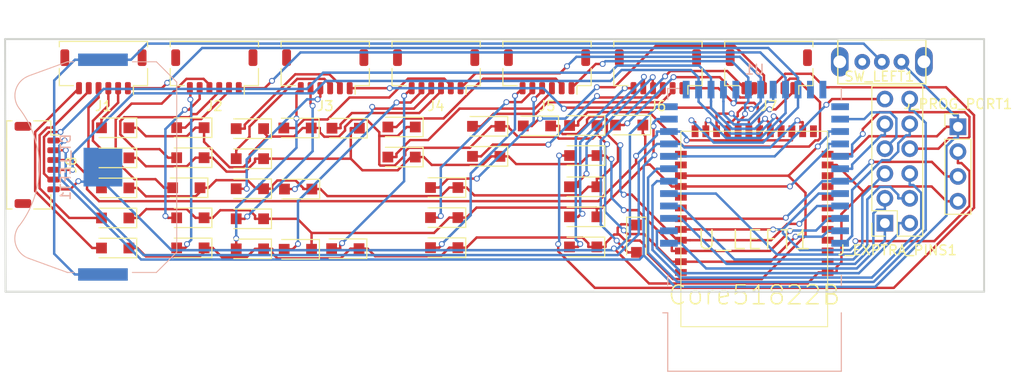
<source format=kicad_pcb>
(kicad_pcb (version 20171130) (host pcbnew "(5.0.2)-1")
  (title_block (title "Redox keyboard PCB") (date 2018-05-05) (rev 1.0) (comment 1 "designed by Mattia Dal Ben (aka u/TiaMaT102)") (comment 2 https://github.com/mattdibi/redox-keyboard))
  (layers (0 F.Cu signal) (31 B.Cu signal) (34 B.Paste user) (35 F.Paste user) (36 B.SilkS user) (37 F.SilkS user) (38 B.Mask user) (39 F.Mask user) (44 Edge.Cuts user))
  (net 0 "")
  (net 1 "Net-(D1-Pad2)")
  (net 2 "Net-(D2-Pad2)")
  (net 3 "Net-(D3-Pad2)")
  (net 4 "Net-(D4-Pad2)")
  (net 5 "Net-(D5-Pad2)")
  (net 6 "Net-(D6-Pad2)")
  (net 7 "Net-(D10-Pad2)")
  (net 8 "Net-(D11-Pad2)")
  (net 9 "Net-(D12-Pad2)")
  (net 10 "Net-(D13-Pad2)")
  (net 11 "Net-(D14-Pad2)")
  (net 12 "Net-(D15-Pad2)")
  (net 13 "Net-(D16-Pad2)")
  (net 14 "Net-(D20-Pad2)")
  (net 15 "Net-(D21-Pad2)")
  (net 16 "Net-(D22-Pad2)")
  (net 17 "Net-(D23-Pad2)")
  (net 18 "Net-(D24-Pad2)")
  (net 19 "Net-(D25-Pad2)")
  (net 20 "Net-(D26-Pad2)")
  (net 21 "Net-(D30-Pad2)")
  (net 22 "Net-(D31-Pad2)")
  (net 23 "Net-(D32-Pad2)")
  (net 24 "Net-(D33-Pad2)")
  (net 25 "Net-(D34-Pad2)")
  (net 26 "Net-(D35-Pad2)")
  (net 27 col0)
  (net 28 VCC)
  (net 29 GND)
  (net 30 "Net-(BT_LEFT1-Pad1)")
  (net 31 SWCLK)
  (net 32 SWDIO)
  (net 33 "Net-(SW_LEFT1-Pad3)")
  (net 34 "Net-(U_LEFT1-Pad8)")
  (net 35 "Net-(U_LEFT1-Pad7)")
  (net 36 "Net-(U_LEFT1-Pad6)")
  (net 37 "Net-(U_LEFT1-Pad5)")
  (net 38 "Net-(U_LEFT1-Pad36)")
  (net 39 "Net-(U_LEFT1-Pad30)")
  (net 40 "Net-(U_LEFT1-Pad29)")
  (net 41 "Net-(U_LEFT1-Pad26)")
  (net 42 "Net-(U_LEFT1-Pad25)")
  (net 43 "Net-(U_LEFT1-Pad13)")
  (net 44 "Net-(U_LEFT1-Pad10)")
  (net 45 "Net-(U_LEFT1-Pad9)")
  (net 46 "Net-(U_LEFT1-Pad4)")
  (net 47 "Net-(U_LEFT1-Pad3)")
  (net 48 "Net-(U_LEFT1-Pad2)")
  (net 49 "Net-(D29-Pad2)")
  (net 50 "Net-(D8-Pad2)")
  (net 51 "Net-(D9-Pad2)")
  (net 52 "Net-(D17-Pad2)")
  (net 53 "Net-(D18-Pad2)")
  (net 54 "Net-(D19-Pad2)")
  (net 55 "Net-(D27-Pad2)")
  (net 56 "Net-(D7-Pad2)")
  (net 57 "Net-(D28-Pad2)")
  (net 58 P00)
  (net 59 P01)
  (net 60 P02)
  (net 61 P03)
  (net 62 "Net-(U1-Pad25)")
  (net 63 "Net-(U1-Pad24)")
  (net 64 "Net-(U1-Pad23)")
  (net 65 "Net-(U1-Pad13)")
  (net 66 P21)
  (net 67 P22)
  (net 68 P23)
  (net 69 P24)
  (net 70 P25)
  (net 71 P28)
  (net 72 P12)
  (net 73 P15)
  (net 74 P16)
  (net 75 P20)
  (net 76 P30)
  (net 77 P29)
  (net 78 col6)
  (net 79 col5)
  (net 80 col4)
  (net 81 col3)
  (net 82 col2)
  (net 83 col1)
  (net 84 row4)
  (net 85 row3)
  (net 86 row2)
  (net 87 row1)
  (net 88 row0)
  (module Connector_PinSocket_2.54mm:PinSocket_2x06_P2.54mm_Vertical (layer F.Cu) (at 237.759 48.8848 180)
    (fp_text reference J_EXPTRA_PINS1 (at -1.27 -2.77 180) (layer F.SilkS))
    (fp_text value Conn_02x06_Counter_Clockwise)
    (pad 1 thru_hole rect (at 0 0 180) (size 1.7 1.7) (drill 1) (layers *.Cu *.Mask) (net 66 P21))
    (pad 2 thru_hole oval (at -2.54 0 180) (size 1.7 1.7) (drill 1) (layers *.Cu *.Mask) (net 67 P22))
    (pad 3 thru_hole oval (at 0 2.54 180) (size 1.7 1.7) (drill 1) (layers *.Cu *.Mask) (net 68 P23))
    (pad 4 thru_hole oval (at -2.54 2.54 180) (size 1.7 1.7) (drill 1) (layers *.Cu *.Mask) (net 69 P24))
    (pad 5 thru_hole oval (at 0 5.08 180) (size 1.7 1.7) (drill 1) (layers *.Cu *.Mask) (net 70 P25))
    (pad 6 thru_hole oval (at -2.54 5.08 180) (size 1.7 1.7) (drill 1) (layers *.Cu *.Mask) (net 71 P28))
    (pad 7 thru_hole oval (at 0 7.62 180) (size 1.7 1.7) (drill 1) (layers *.Cu *.Mask) (net 72 P12))
    (pad 8 thru_hole oval (at -2.54 7.62 180) (size 1.7 1.7) (drill 1) (layers *.Cu *.Mask) (net 73 P15))
    (pad 9 thru_hole oval (at 0 10.16 180) (size 1.7 1.7) (drill 1) (layers *.Cu *.Mask) (net 74 P16))
    (pad 10 thru_hole oval (at -2.54 10.16 180) (size 1.7 1.7) (drill 1) (layers *.Cu *.Mask) (net 75 P20))
    (pad 11 thru_hole oval (at 0 12.7 180) (size 1.7 1.7) (drill 1) (layers *.Cu *.Mask) (net 76 P30))
    (pad 12 thru_hole oval (at -2.54 12.7 180) (size 1.7 1.7) (drill 1) (layers *.Cu *.Mask) (net 77 P29))
  )
  (module keyt_footprints:D_SOD-123F_HIDE (layer F.Cu) (at 166.784 42.189 180)
    (fp_text reference D9 hide)
    (fp_text value D)
    (pad 1 smd rect (at -1.4 0 180) (size 1.1 1.1) (layers F.Cu F.Paste F.Mask) (net 87 row1))
    (pad 2 smd rect (at 1.4 0 180) (size 1.1 1.1) (layers F.Cu F.Paste F.Mask) (net 51 "Net-(D9-Pad2)"))
  )
  (module keyt_footprints:D_SOD-123F_HIDE (layer F.Cu) (at 172.868 42.289 180)
    (fp_text reference D10 hide)
    (fp_text value D)
    (pad 2 smd rect (at 1.4 0 180) (size 1.1 1.1) (layers F.Cu F.Paste F.Mask) (net 7 "Net-(D10-Pad2)"))
    (pad 1 smd rect (at -1.4 0 180) (size 1.1 1.1) (layers F.Cu F.Paste F.Mask) (net 87 row1))
  )
  (module keyt_footprints:D_SOD-123F_HIDE (layer F.Cu) (at 197.016 42.0479 180)
    (fp_text reference D13 hide)
    (fp_text value D)
    (pad 1 smd rect (at -1.4 0 180) (size 1.1 1.1) (layers F.Cu F.Paste F.Mask) (net 87 row1))
    (pad 2 smd rect (at 1.4 0 180) (size 1.1 1.1) (layers F.Cu F.Paste F.Mask) (net 10 "Net-(D13-Pad2)"))
  )
  (module keyt_footprints:D_SOD-123F_HIDE (layer F.Cu) (at 206.938 41.9666 180)
    (fp_text reference D14 hide)
    (fp_text value D)
    (pad 2 smd rect (at 1.4 0 180) (size 1.1 1.1) (layers F.Cu F.Paste F.Mask) (net 11 "Net-(D14-Pad2)"))
    (pad 1 smd rect (at -1.4 0 180) (size 1.1 1.1) (layers F.Cu F.Paste F.Mask) (net 87 row1))
  )
  (module keyt_footprints:D_SOD-123F_HIDE (layer F.Cu) (at 159.1 45.2785 180)
    (fp_text reference D15 hide)
    (fp_text value D)
    (pad 1 smd rect (at -1.4 0 180) (size 1.1 1.1) (layers F.Cu F.Paste F.Mask) (net 86 row2))
    (pad 2 smd rect (at 1.4 0 180) (size 1.1 1.1) (layers F.Cu F.Paste F.Mask) (net 12 "Net-(D15-Pad2)"))
  )
  (module keyt_footprints:D_SOD-123F_HIDE (layer F.Cu) (at 166.37 45.2628 180)
    (fp_text reference D16 hide)
    (fp_text value D)
    (pad 2 smd rect (at 1.4 0 180) (size 1.1 1.1) (layers F.Cu F.Paste F.Mask) (net 13 "Net-(D16-Pad2)"))
    (pad 1 smd rect (at -1.4 0 180) (size 1.1 1.1) (layers F.Cu F.Paste F.Mask) (net 86 row2))
  )
  (module keyt_footprints:D_SOD-123F_HIDE (layer F.Cu) (at 172.868 45.364 180)
    (fp_text reference D17 hide)
    (fp_text value D)
    (pad 1 smd rect (at -1.4 0 180) (size 1.1 1.1) (layers F.Cu F.Paste F.Mask) (net 86 row2))
    (pad 2 smd rect (at 1.4 0 180) (size 1.1 1.1) (layers F.Cu F.Paste F.Mask) (net 52 "Net-(D17-Pad2)"))
  )
  (module keyt_footprints:D_SOD-123F_HIDE (layer F.Cu) (at 182.656 39.1668 180)
    (fp_text reference D11 hide)
    (fp_text value D)
    (pad 2 smd rect (at 1.4 0 180) (size 1.1 1.1) (layers F.Cu F.Paste F.Mask) (net 8 "Net-(D11-Pad2)"))
    (pad 1 smd rect (at -1.4 0 180) (size 1.1 1.1) (layers F.Cu F.Paste F.Mask) (net 87 row1))
  )
  (module keyt_footprints:D_SOD-123F_HIDE (layer F.Cu) (at 159.1 42.2035 180)
    (fp_text reference D8 hide)
    (fp_text value D)
    (pad 1 smd rect (at -1.4 0 180) (size 1.1 1.1) (layers F.Cu F.Paste F.Mask) (net 87 row1))
    (pad 2 smd rect (at 1.4 0 180) (size 1.1 1.1) (layers F.Cu F.Paste F.Mask) (net 50 "Net-(D8-Pad2)"))
  )
  (module keyt_footprints:D_SOD-123F_HIDE (layer F.Cu) (at 206.938 38.8916 180)
    (fp_text reference D7 hide)
    (fp_text value D)
    (pad 2 smd rect (at 1.4 0 180) (size 1.1 1.1) (layers F.Cu F.Paste F.Mask) (net 56 "Net-(D7-Pad2)"))
    (pad 1 smd rect (at -1.4 0 180) (size 1.1 1.1) (layers F.Cu F.Paste F.Mask) (net 88 row0))
  )
  (module keyt_footprints:D_SOD-123F_HIDE (layer F.Cu) (at 197.016 38.9729 180)
    (fp_text reference D6 hide)
    (fp_text value D)
    (pad 1 smd rect (at -1.4 0 180) (size 1.1 1.1) (layers F.Cu F.Paste F.Mask) (net 88 row0))
    (pad 2 smd rect (at 1.4 0 180) (size 1.1 1.1) (layers F.Cu F.Paste F.Mask) (net 6 "Net-(D6-Pad2)"))
  )
  (module keyt_footprints:D_SOD-123F_HIDE (layer F.Cu) (at 188.368 39.046 180)
    (fp_text reference D5 hide)
    (fp_text value D)
    (pad 2 smd rect (at 1.4 0 180) (size 1.1 1.1) (layers F.Cu F.Paste F.Mask) (net 5 "Net-(D5-Pad2)"))
    (pad 1 smd rect (at -1.4 0 180) (size 1.1 1.1) (layers F.Cu F.Paste F.Mask) (net 88 row0))
  )
  (module keyt_footprints:D_SOD-123F_HIDE (layer F.Cu) (at 177.8 45.3949 180)
    (fp_text reference D18 hide)
    (fp_text value D)
    (pad 1 smd rect (at -1.4 0 180) (size 1.1 1.1) (layers F.Cu F.Paste F.Mask) (net 86 row2))
    (pad 2 smd rect (at 1.4 0 180) (size 1.1 1.1) (layers F.Cu F.Paste F.Mask) (net 53 "Net-(D18-Pad2)"))
  )
  (module keyt_footprints:D_SOD-123F_HIDE (layer F.Cu) (at 172.868 39.214 180)
    (fp_text reference D3 hide)
    (fp_text value D)
    (pad 2 smd rect (at 1.4 0 180) (size 1.1 1.1) (layers F.Cu F.Paste F.Mask) (net 3 "Net-(D3-Pad2)"))
    (pad 1 smd rect (at -1.4 0 180) (size 1.1 1.1) (layers F.Cu F.Paste F.Mask) (net 88 row0))
  )
  (module keyt_footprints:D_SOD-123F_HIDE (layer F.Cu) (at 166.784 39.114 180)
    (fp_text reference D2 hide)
    (fp_text value D)
    (pad 1 smd rect (at -1.4 0 180) (size 1.1 1.1) (layers F.Cu F.Paste F.Mask) (net 88 row0))
    (pad 2 smd rect (at 1.4 0 180) (size 1.1 1.1) (layers F.Cu F.Paste F.Mask) (net 2 "Net-(D2-Pad2)"))
  )
  (module keyt_footprints:D_SOD-123F_HIDE (layer F.Cu) (at 192.726 45.2417 180)
    (fp_text reference D19 hide)
    (fp_text value D)
    (pad 2 smd rect (at 1.4 0 180) (size 1.1 1.1) (layers F.Cu F.Paste F.Mask) (net 54 "Net-(D19-Pad2)"))
    (pad 1 smd rect (at -1.4 0 180) (size 1.1 1.1) (layers F.Cu F.Paste F.Mask) (net 86 row2))
  )
  (module keyt_footprints:D_SOD-123F_HIDE (layer F.Cu) (at 188.368 42.121 180)
    (fp_text reference D12 hide)
    (fp_text value D)
    (pad 1 smd rect (at -1.4 0 180) (size 1.1 1.1) (layers F.Cu F.Paste F.Mask) (net 87 row1))
    (pad 2 smd rect (at 1.4 0 180) (size 1.1 1.1) (layers F.Cu F.Paste F.Mask) (net 9 "Net-(D12-Pad2)"))
  )
  (module keyt_footprints:D_SOD-123F_HIDE (layer F.Cu) (at 211.623 38.8468 180)
    (fp_text reference D28 hide)
    (fp_text value D)
    (pad 2 smd rect (at 1.4 0 180) (size 1.1 1.1) (layers F.Cu F.Paste F.Mask) (net 57 "Net-(D28-Pad2)"))
    (pad 1 smd rect (at -1.4 0 180) (size 1.1 1.1) (layers F.Cu F.Paste F.Mask) (net 85 row3))
  )
  (module keyt_footprints:D_SOD-123F_HIDE (layer F.Cu) (at 177.734 39.1476 180)
    (fp_text reference D4 hide)
    (fp_text value D)
    (pad 1 smd rect (at -1.4 0 180) (size 1.1 1.1) (layers F.Cu F.Paste F.Mask) (net 88 row0))
    (pad 2 smd rect (at 1.4 0 180) (size 1.1 1.1) (layers F.Cu F.Paste F.Mask) (net 4 "Net-(D4-Pad2)"))
  )
  (module keyt_footprints:D_SOD-123F_HIDE (layer F.Cu) (at 206.927 51.3135 180)
    (fp_text reference D34 hide)
    (fp_text value D)
    (pad 2 smd rect (at 1.4 0 180) (size 1.1 1.1) (layers F.Cu F.Paste F.Mask) (net 25 "Net-(D34-Pad2)"))
    (pad 1 smd rect (at -1.4 0 180) (size 1.1 1.1) (layers F.Cu F.Paste F.Mask) (net 84 row4))
  )
  (module keyt_footprints:D_SOD-123F_HIDE (layer F.Cu) (at 192.726 51.3917 180)
    (fp_text reference D33 hide)
    (fp_text value D)
    (pad 1 smd rect (at -1.4 0 180) (size 1.1 1.1) (layers F.Cu F.Paste F.Mask) (net 84 row4))
    (pad 2 smd rect (at 1.4 0 180) (size 1.1 1.1) (layers F.Cu F.Paste F.Mask) (net 24 "Net-(D33-Pad2)"))
  )
  (module keyt_footprints:D_SOD-123F_HIDE (layer F.Cu) (at 182.621 51.496 180)
    (fp_text reference D32 hide)
    (fp_text value D)
    (pad 2 smd rect (at 1.4 0 180) (size 1.1 1.1) (layers F.Cu F.Paste F.Mask) (net 23 "Net-(D32-Pad2)"))
    (pad 1 smd rect (at -1.4 0 180) (size 1.1 1.1) (layers F.Cu F.Paste F.Mask) (net 84 row4))
  )
  (module keyt_footprints:D_SOD-123F_HIDE (layer F.Cu) (at 172.868 51.514 180)
    (fp_text reference D31 hide)
    (fp_text value D)
    (pad 1 smd rect (at -1.4 0 180) (size 1.1 1.1) (layers F.Cu F.Paste F.Mask) (net 84 row4))
    (pad 2 smd rect (at 1.4 0 180) (size 1.1 1.1) (layers F.Cu F.Paste F.Mask) (net 22 "Net-(D31-Pad2)"))
  )
  (module keyt_footprints:D_SOD-123F_HIDE (layer F.Cu) (at 166.784 51.414 180)
    (fp_text reference D30 hide)
    (fp_text value D)
    (pad 2 smd rect (at 1.4 0 180) (size 1.1 1.1) (layers F.Cu F.Paste F.Mask) (net 21 "Net-(D30-Pad2)"))
    (pad 1 smd rect (at -1.4 0 180) (size 1.1 1.1) (layers F.Cu F.Paste F.Mask) (net 84 row4))
  )
  (module keyt_footprints:D_SOD-123F_HIDE (layer F.Cu) (at 159.1 51.4285 180)
    (fp_text reference D29 hide)
    (fp_text value D)
    (pad 1 smd rect (at -1.4 0 180) (size 1.1 1.1) (layers F.Cu F.Paste F.Mask) (net 84 row4))
    (pad 2 smd rect (at 1.4 0 180) (size 1.1 1.1) (layers F.Cu F.Paste F.Mask) (net 49 "Net-(D29-Pad2)"))
  )
  (module keyt_footprints:D_SOD-123F_HIDE (layer F.Cu) (at 206.927 48.2385 180)
    (fp_text reference D27 hide)
    (fp_text value D)
    (pad 2 smd rect (at 1.4 0 180) (size 1.1 1.1) (layers F.Cu F.Paste F.Mask) (net 55 "Net-(D27-Pad2)"))
    (pad 1 smd rect (at -1.4 0 180) (size 1.1 1.1) (layers F.Cu F.Paste F.Mask) (net 85 row3))
  )
  (module keyt_footprints:D_SOD-123F_HIDE (layer F.Cu) (at 192.726 48.3167 180)
    (fp_text reference D26 hide)
    (fp_text value D)
    (pad 1 smd rect (at -1.4 0 180) (size 1.1 1.1) (layers F.Cu F.Paste F.Mask) (net 85 row3))
    (pad 2 smd rect (at 1.4 0 180) (size 1.1 1.1) (layers F.Cu F.Paste F.Mask) (net 20 "Net-(D26-Pad2)"))
  )
  (module keyt_footprints:D_SOD-123F_HIDE (layer F.Cu) (at 177.77 51.5569 180)
    (fp_text reference D25 hide)
    (fp_text value D)
    (pad 2 smd rect (at 1.4 0 180) (size 1.1 1.1) (layers F.Cu F.Paste F.Mask) (net 19 "Net-(D25-Pad2)"))
    (pad 1 smd rect (at -1.4 0 180) (size 1.1 1.1) (layers F.Cu F.Paste F.Mask) (net 85 row3))
  )
  (module keyt_footprints:D_SOD-123F_HIDE (layer F.Cu) (at 166.784 48.339 180)
    (fp_text reference D23 hide)
    (fp_text value D)
    (pad 1 smd rect (at -1.4 0 180) (size 1.1 1.1) (layers F.Cu F.Paste F.Mask) (net 85 row3))
    (pad 2 smd rect (at 1.4 0 180) (size 1.1 1.1) (layers F.Cu F.Paste F.Mask) (net 17 "Net-(D23-Pad2)"))
  )
  (module keyt_footprints:D_SOD-123F_HIDE (layer F.Cu) (at 159.1 48.3535 180)
    (fp_text reference D22 hide)
    (fp_text value D)
    (pad 2 smd rect (at 1.4 0 180) (size 1.1 1.1) (layers F.Cu F.Paste F.Mask) (net 16 "Net-(D22-Pad2)"))
    (pad 1 smd rect (at -1.4 0 180) (size 1.1 1.1) (layers F.Cu F.Paste F.Mask) (net 85 row3))
  )
  (module keyt_footprints:D_SOD-123F_HIDE (layer F.Cu) (at 202.204 38.9382 180)
    (fp_text reference D21 hide)
    (fp_text value D)
    (pad 1 smd rect (at -1.4 0 180) (size 1.1 1.1) (layers F.Cu F.Paste F.Mask) (net 86 row2))
    (pad 2 smd rect (at 1.4 0 180) (size 1.1 1.1) (layers F.Cu F.Paste F.Mask) (net 15 "Net-(D21-Pad2)"))
  )
  (module keyt_footprints:D_SOD-123F_HIDE (layer F.Cu) (at 206.927 45.1635 180)
    (fp_text reference D20 hide)
    (fp_text value D)
    (pad 2 smd rect (at 1.4 0 180) (size 1.1 1.1) (layers F.Cu F.Paste F.Mask) (net 14 "Net-(D20-Pad2)"))
    (pad 1 smd rect (at -1.4 0 180) (size 1.1 1.1) (layers F.Cu F.Paste F.Mask) (net 86 row2))
  )
  (module keyt_footprints:D_SOD-123F_HIDE (layer F.Cu) (at 172.868 48.439 180)
    (fp_text reference D24 hide)
    (fp_text value D)
    (pad 1 smd rect (at -1.4 0 180) (size 1.1 1.1) (layers F.Cu F.Paste F.Mask) (net 85 row3))
    (pad 2 smd rect (at 1.4 0 180) (size 1.1 1.1) (layers F.Cu F.Paste F.Mask) (net 18 "Net-(D24-Pad2)"))
  )
  (module keyt_footprints:D_SOD-123F_HIDE (layer F.Cu) (at 159.1 39.1285 180)
    (fp_text reference D1 hide)
    (fp_text value D)
    (pad 2 smd rect (at 1.4 0 180) (size 1.1 1.1) (layers F.Cu F.Paste F.Mask) (net 1 "Net-(D1-Pad2)"))
    (pad 1 smd rect (at -1.4 0 180) (size 1.1 1.1) (layers F.Cu F.Paste F.Mask) (net 88 row0))
  )
  (module keyt_footprints:D_SOD-123F_HIDE (layer F.Cu) (at 212.374 50.4749 270)
    (fp_text reference D35 hide)
    (fp_text value D)
    (pad 1 smd rect (at -1.4 0 270) (size 1.1 1.1) (layers F.Cu F.Paste F.Mask) (net 84 row4))
    (pad 2 smd rect (at 1.4 0 270) (size 1.1 1.1) (layers F.Cu F.Paste F.Mask) (net 26 "Net-(D35-Pad2)"))
  )
  (module Atreus_Split:E73-2G4M04S1D (layer B.Cu) (at 224.437 49.5686)
    (fp_text reference U1 (at 0 -16.4) (layer B.SilkS) (effects (justify mirror)))
    (fp_text value E73-2G4M04S1D)
    (pad 36 smd rect (at 8.75 1.37) (size 1.8 0.7) (layers B.Cu B.Paste B.Mask) (net 75 P20))
    (pad 35 smd rect (at 8.75 0.1) (size 1.8 0.7) (layers B.Cu B.Paste B.Mask) (net 88 row0))
    (pad 34 smd rect (at 8.75 -1.17) (size 1.8 0.7) (layers B.Cu B.Paste B.Mask) (net 87 row1))
    (pad 33 smd rect (at 8.75 -2.44) (size 1.8 0.7) (layers B.Cu B.Paste B.Mask) (net 86 row2))
    (pad 32 smd rect (at 8.75 -3.71) (size 1.8 0.7) (layers B.Cu B.Paste B.Mask) (net 31 SWCLK))
    (pad 31 smd rect (at 8.75 -4.98) (size 1.8 0.7) (layers B.Cu B.Paste B.Mask) (net 32 SWDIO))
    (pad 30 smd rect (at 8.75 -6.25) (size 1.8 0.7) (layers B.Cu B.Paste B.Mask) (net 74 P16))
    (pad 29 smd rect (at 8.75 -7.52) (size 1.8 0.7) (layers B.Cu B.Paste B.Mask) (net 73 P15))
    (pad 28 smd rect (at 8.75 -8.79) (size 1.8 0.7) (layers B.Cu B.Paste B.Mask) (net 85 row3))
    (pad 27 smd rect (at 8.75 -10.06) (size 1.8 0.7) (layers B.Cu B.Paste B.Mask) (net 84 row4))
    (pad 26 smd rect (at 8.75 -11.33) (size 1.8 0.7) (layers B.Cu B.Paste B.Mask) (net 72 P12))
    (pad 25 smd rect (at 8.75 -12.6) (size 1.8 0.7) (layers B.Cu B.Paste B.Mask) (net 62 "Net-(U1-Pad25)"))
    (pad 24 smd rect (at 6.985 -14.35) (size 0.7 1.8) (layers B.Cu B.Paste B.Mask) (net 63 "Net-(U1-Pad24)"))
    (pad 23 smd rect (at 5.715 -14.35) (size 0.7 1.8) (layers B.Cu B.Paste B.Mask) (net 64 "Net-(U1-Pad23)"))
    (pad 22 smd rect (at 4.445 -14.35) (size 0.7 1.8) (layers B.Cu B.Paste B.Mask) (net 27 col0))
    (pad 21 smd rect (at 3.175 -14.35) (size 0.7 1.8) (layers B.Cu B.Paste B.Mask) (net 83 col1))
    (pad 20 smd rect (at 1.905 -14.35) (size 0.7 1.8) (layers B.Cu B.Paste B.Mask) (net 82 col2))
    (pad 19 smd rect (at 0.635 -14.35) (size 0.7 1.8) (layers B.Cu B.Paste B.Mask) (net 81 col3))
    (pad 18 smd rect (at -0.635 -14.35) (size 0.7 1.8) (layers B.Cu B.Paste B.Mask) (net 80 col4))
    (pad 17 smd rect (at -1.905 -14.35) (size 0.7 1.8) (layers B.Cu B.Paste B.Mask) (net 79 col5))
    (pad 16 smd rect (at -3.175 -14.35) (size 0.7 1.8) (layers B.Cu B.Paste B.Mask) (net 78 col6))
    (pad 15 smd rect (at -4.445 -14.35) (size 0.7 1.8) (layers B.Cu B.Paste B.Mask) (net 61 P03))
    (pad 14 smd rect (at -5.715 -14.35) (size 0.7 1.8) (layers B.Cu B.Paste B.Mask) (net 60 P02))
    (pad 13 smd rect (at -6.985 -14.35) (size 0.7 1.8) (layers B.Cu B.Paste B.Mask) (net 65 "Net-(U1-Pad13)"))
    (pad 12 smd rect (at -8.75 -12.6) (size 1.8 0.7) (layers B.Cu B.Paste B.Mask) (net 29 GND))
    (pad 11 smd rect (at -8.75 -11.33) (size 1.8 0.7) (layers B.Cu B.Paste B.Mask) (net 28 VCC))
    (pad 10 smd rect (at -8.75 -10.06) (size 1.8 0.7) (layers B.Cu B.Paste B.Mask) (net 59 P01))
    (pad 9 smd rect (at -8.75 -8.79) (size 1.8 0.7) (layers B.Cu B.Paste B.Mask) (net 58 P00))
    (pad 8 smd rect (at -8.75 -7.52) (size 1.8 0.7) (layers B.Cu B.Paste B.Mask) (net 76 P30))
    (pad 7 smd rect (at -8.75 -6.25) (size 1.8 0.7) (layers B.Cu B.Paste B.Mask) (net 77 P29))
    (pad 6 smd rect (at -8.75 -4.98) (size 1.8 0.7) (layers B.Cu B.Paste B.Mask) (net 71 P28))
    (pad 5 smd rect (at -8.75 -3.71) (size 1.8 0.7) (layers B.Cu B.Paste B.Mask) (net 70 P25))
    (pad 4 smd rect (at -8.75 -2.44) (size 1.8 0.7) (layers B.Cu B.Paste B.Mask) (net 69 P24))
    (pad 3 smd rect (at -8.75 -1.17) (size 1.8 0.7) (layers B.Cu B.Paste B.Mask) (net 68 P23))
    (pad 2 smd rect (at -8.75 0.1) (size 1.8 0.7) (layers B.Cu B.Paste B.Mask) (net 67 P22))
    (pad 1 smd rect (at -8.75 1.37) (size 1.8 0.7) (layers B.Cu B.Paste B.Mask) (net 66 P21))
  )
  (module Connector_PinHeader_2.54mm:PinHeader_1x04_P2.54mm_Vertical (layer F.Cu) (at 245.225 39.025)
    (fp_text reference J_PROG_PORT1 (at 0 -2.33) (layer F.SilkS))
    (fp_text value Conn_01x04_Male)
    (pad 1 thru_hole rect (at 0 0) (size 1.7 1.7) (drill 1) (layers *.Cu *.Mask) (net 28 VCC))
    (pad 2 thru_hole oval (at 0 2.54) (size 1.7 1.7) (drill 1) (layers *.Cu *.Mask) (net 31 SWCLK))
    (pad 3 thru_hole oval (at 0 5.08) (size 1.7 1.7) (drill 1) (layers *.Cu *.Mask) (net 32 SWDIO))
    (pad 4 thru_hole oval (at 0 7.62) (size 1.7 1.7) (drill 1) (layers *.Cu *.Mask) (net 29 GND))
  )
  (module redox_w_footprints:MY-YJ-14015-Module (layer F.Cu) (at 224.409 39.4818 180)
    (fp_text reference U_LEFT1 (at 0 -11.1252 180) (layer F.SilkS) (effects (font (size 1.9304 1.9304) (thickness 0.1524))))
    (fp_text value Core51822B (at 0 -16.764 180) (layer F.SilkS) (effects (font (size 1.9304 1.9304) (thickness 0.1524))))
    (pad 11 smd rect (at -7.49808 -3.44932 270) (size 0.6985 1.19888) (layers F.Cu F.Paste F.Mask) (net 29 GND))
    (pad 1 smd rect (at -7.49808 -14.44752 270) (size 0.6985 1.19888) (layers F.Cu F.Paste F.Mask) (net 29 GND))
    (pad 14 smd rect (at -4.94792 0 270) (size 1.19888 0.6985) (layers F.Cu F.Paste F.Mask) (net 58 P00))
    (pad 15 smd rect (at -3.8481 0 270) (size 1.19888 0.6985) (layers F.Cu F.Paste F.Mask) (net 59 P01))
    (pad 16 smd rect (at -2.74828 0 270) (size 1.19888 0.6985) (layers F.Cu F.Paste F.Mask) (net 60 P02))
    (pad 17 smd rect (at -1.64846 0 270) (size 1.19888 0.6985) (layers F.Cu F.Paste F.Mask) (net 61 P03))
    (pad 18 smd rect (at -0.54864 0 270) (size 1.19888 0.6985) (layers F.Cu F.Paste F.Mask) (net 78 col6))
    (pad 19 smd rect (at 0.54864 0 270) (size 1.19888 0.6985) (layers F.Cu F.Paste F.Mask) (net 79 col5))
    (pad 20 smd rect (at 1.64846 0 270) (size 1.19888 0.6985) (layers F.Cu F.Paste F.Mask) (net 80 col4))
    (pad 21 smd rect (at 2.74828 0 270) (size 1.19888 0.6985) (layers F.Cu F.Paste F.Mask) (net 81 col3))
    (pad 22 smd rect (at 3.8481 0 270) (size 1.19888 0.6985) (layers F.Cu F.Paste F.Mask) (net 82 col2))
    (pad 23 smd rect (at 4.94792 0 270) (size 1.19888 0.6985) (layers F.Cu F.Paste F.Mask) (net 83 col1))
    (pad 24 smd rect (at 6.04774 0 270) (size 1.19888 0.6985) (layers F.Cu F.Paste F.Mask) (net 27 col0))
    (pad 25 smd rect (at 7.49808 -2.3495 270) (size 0.6985 1.19888) (layers F.Cu F.Paste F.Mask) (net 42 "Net-(U_LEFT1-Pad25)"))
    (pad 26 smd rect (at 7.49808 -3.44932 270) (size 0.6985 1.19888) (layers F.Cu F.Paste F.Mask) (net 41 "Net-(U_LEFT1-Pad26)"))
    (pad 27 smd rect (at 7.49808 -4.54914 270) (size 0.6985 1.19888) (layers F.Cu F.Paste F.Mask) (net 84 row4))
    (pad 28 smd rect (at 7.49808 -5.64896 270) (size 0.6985 1.19888) (layers F.Cu F.Paste F.Mask) (net 85 row3))
    (pad 29 smd rect (at 7.49808 -6.74878 270) (size 0.6985 1.19888) (layers F.Cu F.Paste F.Mask) (net 40 "Net-(U_LEFT1-Pad29)"))
    (pad 30 smd rect (at 7.49808 -7.8486 270) (size 0.6985 1.19888) (layers F.Cu F.Paste F.Mask) (net 39 "Net-(U_LEFT1-Pad30)"))
    (pad 33 smd rect (at 7.49808 -11.14806 270) (size 0.6985 1.19888) (layers F.Cu F.Paste F.Mask) (net 86 row2))
    (pad 34 smd rect (at 7.49808 -12.24788 270) (size 0.6985 1.19888) (layers F.Cu F.Paste F.Mask) (net 87 row1))
    (pad 35 smd rect (at 7.49808 -13.3477 270) (size 0.6985 1.19888) (layers F.Cu F.Paste F.Mask) (net 88 row0))
    (pad 36 smd rect (at 7.49808 -14.44752 270) (size 0.6985 1.19888) (layers F.Cu F.Paste F.Mask) (net 38 "Net-(U_LEFT1-Pad36)"))
    (pad 2 smd rect (at -7.49808 -13.3477 270) (size 0.6985 1.19888) (layers F.Cu F.Paste F.Mask) (net 48 "Net-(U_LEFT1-Pad2)"))
    (pad 3 smd rect (at -7.49808 -12.24788 270) (size 0.6985 1.19888) (layers F.Cu F.Paste F.Mask) (net 47 "Net-(U_LEFT1-Pad3)"))
    (pad 4 smd rect (at -7.49808 -11.14806 270) (size 0.6985 1.19888) (layers F.Cu F.Paste F.Mask) (net 46 "Net-(U_LEFT1-Pad4)"))
    (pad 5 smd rect (at -7.49808 -10.04824 270) (size 0.6985 1.19888) (layers F.Cu F.Paste F.Mask) (net 37 "Net-(U_LEFT1-Pad5)"))
    (pad 6 smd rect (at -7.49808 -8.94842 270) (size 0.6985 1.19888) (layers F.Cu F.Paste F.Mask) (net 36 "Net-(U_LEFT1-Pad6)"))
    (pad 7 smd rect (at -7.49808 -7.8486 270) (size 0.6985 1.19888) (layers F.Cu F.Paste F.Mask) (net 35 "Net-(U_LEFT1-Pad7)"))
    (pad 8 smd rect (at -7.49808 -6.74878 270) (size 0.6985 1.19888) (layers F.Cu F.Paste F.Mask) (net 34 "Net-(U_LEFT1-Pad8)"))
    (pad 9 smd rect (at -7.49808 -5.64896 270) (size 0.6985 1.19888) (layers F.Cu F.Paste F.Mask) (net 45 "Net-(U_LEFT1-Pad9)"))
    (pad 10 smd rect (at -7.49808 -4.54914 270) (size 0.6985 1.19888) (layers F.Cu F.Paste F.Mask) (net 44 "Net-(U_LEFT1-Pad10)"))
    (pad 13 smd rect (at -6.04774 0 270) (size 1.19888 0.6985) (layers F.Cu F.Paste F.Mask) (net 43 "Net-(U_LEFT1-Pad13)"))
    (pad 32 smd rect (at 7.49808 -10.04824 270) (size 0.6985 1.19888) (layers F.Cu F.Paste F.Mask) (net 31 SWCLK))
    (pad 31 smd rect (at 7.49808 -8.94842 270) (size 0.6985 1.19888) (layers F.Cu F.Paste F.Mask) (net 32 SWDIO))
    (pad 12 smd rect (at -7.49808 -2.3495 270) (size 0.6985 1.19888) (layers F.Cu F.Paste F.Mask) (net 28 VCC))
  )
  (module AAAA:SK12D07VG3 (layer F.Cu) (at 237.449 32.3748 180)
    (fp_text reference SW_LEFT1 (at 0.25 -1.5 180) (layer F.SilkS))
    (fp_text value SW_SPDT hide)
    (pad "" thru_hole oval (at -4.3 0 180) (size 1.8 3) (drill 1.3) (layers *.Cu *.Mask))
    (pad "" thru_hole oval (at 4.3 0 180) (size 1.8 3) (drill 1.3) (layers *.Cu *.Mask))
    (pad 1 thru_hole circle (at -2 0 180) (size 1.6 1.6) (drill 0.8) (layers *.Cu *.Mask) (net 28 VCC))
    (pad 3 thru_hole circle (at 2 0 180) (size 1.6 1.6) (drill 0.8) (layers *.Cu *.Mask) (net 33 "Net-(SW_LEFT1-Pad3)"))
    (pad 2 thru_hole circle (at 0 0 180) (size 1.6 1.6) (drill 0.8) (layers *.Cu *.Mask) (net 30 "Net-(BT_LEFT1-Pad1)"))
  )
  (module Connector_JST:JST_SHL_SM06B-SHLS-TF_1x06-1MP_P1.00mm_Horizontal (layer F.Cu) (at 151.12 42.926 270)
    (fp_text reference J8 (at 0 -3.5 270) (layer F.SilkS))
    (fp_text value Conn_01x06 hide)
    (pad 1 smd roundrect (at -2.5 -1.675 270) (size 0.6 1.25) (layers F.Cu F.Paste F.Mask) (net 28 VCC))
    (pad 2 smd roundrect (at -1.5 -1.675 270) (size 0.6 1.25) (layers F.Cu F.Paste F.Mask) (net 58 P00))
    (pad 3 smd roundrect (at -0.5 -1.675 270) (size 0.6 1.25) (layers F.Cu F.Paste F.Mask) (net 59 P01))
    (pad 4 smd roundrect (at 0.5 -1.675 270) (size 0.6 1.25) (layers F.Cu F.Paste F.Mask) (net 60 P02))
    (pad 5 smd roundrect (at 1.5 -1.675 270) (size 0.6 1.25) (layers F.Cu F.Paste F.Mask) (net 61 P03))
    (pad 6 smd roundrect (at 2.5 -1.675 270) (size 0.6 1.25) (layers F.Cu F.Paste F.Mask) (net 29 GND))
    (pad MP smd roundrect (at -3.95 1.45 270) (size 0.9 1.7) (layers F.Cu F.Paste F.Mask))
    (pad MP smd roundrect (at 3.95 1.45 270) (size 0.9 1.7) (layers F.Cu F.Paste F.Mask))
  )
  (module Connector_JST:JST_SHL_SM06B-SHLS-TF_1x06-1MP_P1.00mm_Horizontal (layer F.Cu) (at 169.233 33.4 180)
    (fp_text reference J2 (at 0 -3.5 180) (layer F.SilkS))
    (fp_text value Conn_01x06 hide)
    (pad 1 smd roundrect (at -2.5 -1.675 180) (size 0.6 1.25) (layers F.Cu F.Paste F.Mask) (net 83 col1))
    (pad 2 smd roundrect (at -1.5 -1.675 180) (size 0.6 1.25) (layers F.Cu F.Paste F.Mask) (net 2 "Net-(D2-Pad2)"))
    (pad 3 smd roundrect (at -0.5 -1.675 180) (size 0.6 1.25) (layers F.Cu F.Paste F.Mask) (net 51 "Net-(D9-Pad2)"))
    (pad 4 smd roundrect (at 0.5 -1.675 180) (size 0.6 1.25) (layers F.Cu F.Paste F.Mask) (net 13 "Net-(D16-Pad2)"))
    (pad 5 smd roundrect (at 1.5 -1.675 180) (size 0.6 1.25) (layers F.Cu F.Paste F.Mask) (net 17 "Net-(D23-Pad2)"))
    (pad 6 smd roundrect (at 2.5 -1.675 180) (size 0.6 1.25) (layers F.Cu F.Paste F.Mask) (net 21 "Net-(D30-Pad2)"))
    (pad MP smd roundrect (at -3.95 1.45 180) (size 0.9 1.7) (layers F.Cu F.Paste F.Mask))
    (pad MP smd roundrect (at 3.95 1.45 180) (size 0.9 1.7) (layers F.Cu F.Paste F.Mask))
  )
  (module Connector_JST:JST_SHL_SM06B-SHLS-TF_1x06-1MP_P1.00mm_Horizontal (layer F.Cu) (at 214.567 33.4 180)
    (fp_text reference J6 (at 0 -3.5 180) (layer F.SilkS))
    (fp_text value Conn_01x06 hide)
    (pad MP smd roundrect (at 3.95 1.45 180) (size 0.9 1.7) (layers F.Cu F.Paste F.Mask))
    (pad MP smd roundrect (at -3.95 1.45 180) (size 0.9 1.7) (layers F.Cu F.Paste F.Mask))
    (pad 6 smd roundrect (at 2.5 -1.675 180) (size 0.6 1.25) (layers F.Cu F.Paste F.Mask) (net 25 "Net-(D34-Pad2)"))
    (pad 5 smd roundrect (at 1.5 -1.675 180) (size 0.6 1.25) (layers F.Cu F.Paste F.Mask) (net 55 "Net-(D27-Pad2)"))
    (pad 4 smd roundrect (at 0.5 -1.675 180) (size 0.6 1.25) (layers F.Cu F.Paste F.Mask) (net 14 "Net-(D20-Pad2)"))
    (pad 3 smd roundrect (at -0.5 -1.675 180) (size 0.6 1.25) (layers F.Cu F.Paste F.Mask) (net 10 "Net-(D13-Pad2)"))
    (pad 2 smd roundrect (at -1.5 -1.675 180) (size 0.6 1.25) (layers F.Cu F.Paste F.Mask) (net 6 "Net-(D6-Pad2)"))
    (pad 1 smd roundrect (at -2.5 -1.675 180) (size 0.6 1.25) (layers F.Cu F.Paste F.Mask) (net 79 col5))
  )
  (module Connector_JST:JST_SHL_SM06B-SHLS-TF_1x06-1MP_P1.00mm_Horizontal (layer F.Cu) (at 203.233 33.4 180)
    (fp_text reference J5 (at 0 -3.5 180) (layer F.SilkS))
    (fp_text value Conn_01x06 hide)
    (pad 1 smd roundrect (at -2.5 -1.675 180) (size 0.6 1.25) (layers F.Cu F.Paste F.Mask) (net 80 col4))
    (pad 2 smd roundrect (at -1.5 -1.675 180) (size 0.6 1.25) (layers F.Cu F.Paste F.Mask) (net 5 "Net-(D5-Pad2)"))
    (pad 3 smd roundrect (at -0.5 -1.675 180) (size 0.6 1.25) (layers F.Cu F.Paste F.Mask) (net 9 "Net-(D12-Pad2)"))
    (pad 4 smd roundrect (at 0.5 -1.675 180) (size 0.6 1.25) (layers F.Cu F.Paste F.Mask) (net 54 "Net-(D19-Pad2)"))
    (pad 5 smd roundrect (at 1.5 -1.675 180) (size 0.6 1.25) (layers F.Cu F.Paste F.Mask) (net 20 "Net-(D26-Pad2)"))
    (pad 6 smd roundrect (at 2.5 -1.675 180) (size 0.6 1.25) (layers F.Cu F.Paste F.Mask) (net 24 "Net-(D33-Pad2)"))
    (pad MP smd roundrect (at -3.95 1.45 180) (size 0.9 1.7) (layers F.Cu F.Paste F.Mask))
    (pad MP smd roundrect (at 3.95 1.45 180) (size 0.9 1.7) (layers F.Cu F.Paste F.Mask))
  )
  (module Connector_JST:JST_SHL_SM06B-SHLS-TF_1x06-1MP_P1.00mm_Horizontal (layer F.Cu) (at 191.9 33.4 180)
    (fp_text reference J4 (at 0 -3.5 180) (layer F.SilkS))
    (fp_text value Conn_01x06 hide)
    (pad MP smd roundrect (at 3.95 1.45 180) (size 0.9 1.7) (layers F.Cu F.Paste F.Mask))
    (pad MP smd roundrect (at -3.95 1.45 180) (size 0.9 1.7) (layers F.Cu F.Paste F.Mask))
    (pad 6 smd roundrect (at 2.5 -1.675 180) (size 0.6 1.25) (layers F.Cu F.Paste F.Mask) (net 23 "Net-(D32-Pad2)"))
    (pad 5 smd roundrect (at 1.5 -1.675 180) (size 0.6 1.25) (layers F.Cu F.Paste F.Mask) (net 19 "Net-(D25-Pad2)"))
    (pad 4 smd roundrect (at 0.5 -1.675 180) (size 0.6 1.25) (layers F.Cu F.Paste F.Mask) (net 53 "Net-(D18-Pad2)"))
    (pad 3 smd roundrect (at -0.5 -1.675 180) (size 0.6 1.25) (layers F.Cu F.Paste F.Mask) (net 8 "Net-(D11-Pad2)"))
    (pad 2 smd roundrect (at -1.5 -1.675 180) (size 0.6 1.25) (layers F.Cu F.Paste F.Mask) (net 4 "Net-(D4-Pad2)"))
    (pad 1 smd roundrect (at -2.5 -1.675 180) (size 0.6 1.25) (layers F.Cu F.Paste F.Mask) (net 81 col3))
  )
  (module Connector_JST:JST_SHL_SM06B-SHLS-TF_1x06-1MP_P1.00mm_Horizontal (layer F.Cu) (at 180.567 33.4 180)
    (fp_text reference J3 (at 0 -3.5 180) (layer F.SilkS))
    (fp_text value Conn_01x06 hide)
    (pad 1 smd roundrect (at -2.5 -1.675 180) (size 0.6 1.25) (layers F.Cu F.Paste F.Mask) (net 82 col2))
    (pad 2 smd roundrect (at -1.5 -1.675 180) (size 0.6 1.25) (layers F.Cu F.Paste F.Mask) (net 3 "Net-(D3-Pad2)"))
    (pad 3 smd roundrect (at -0.5 -1.675 180) (size 0.6 1.25) (layers F.Cu F.Paste F.Mask) (net 7 "Net-(D10-Pad2)"))
    (pad 4 smd roundrect (at 0.5 -1.675 180) (size 0.6 1.25) (layers F.Cu F.Paste F.Mask) (net 52 "Net-(D17-Pad2)"))
    (pad 5 smd roundrect (at 1.5 -1.675 180) (size 0.6 1.25) (layers F.Cu F.Paste F.Mask) (net 18 "Net-(D24-Pad2)"))
    (pad 6 smd roundrect (at 2.5 -1.675 180) (size 0.6 1.25) (layers F.Cu F.Paste F.Mask) (net 22 "Net-(D31-Pad2)"))
    (pad MP smd roundrect (at -3.95 1.45 180) (size 0.9 1.7) (layers F.Cu F.Paste F.Mask))
    (pad MP smd roundrect (at 3.95 1.45 180) (size 0.9 1.7) (layers F.Cu F.Paste F.Mask))
  )
  (module Connector_JST:JST_SHL_SM06B-SHLS-TF_1x06-1MP_P1.00mm_Horizontal (layer F.Cu) (at 157.9 33.4 180)
    (fp_text reference J1 (at 0 -3.5 180) (layer F.SilkS))
    (fp_text value Conn_01x06 hide)
    (pad MP smd roundrect (at 3.95 1.45 180) (size 0.9 1.7) (layers F.Cu F.Paste F.Mask))
    (pad MP smd roundrect (at -3.95 1.45 180) (size 0.9 1.7) (layers F.Cu F.Paste F.Mask))
    (pad 6 smd roundrect (at 2.5 -1.675 180) (size 0.6 1.25) (layers F.Cu F.Paste F.Mask) (net 49 "Net-(D29-Pad2)"))
    (pad 5 smd roundrect (at 1.5 -1.675 180) (size 0.6 1.25) (layers F.Cu F.Paste F.Mask) (net 16 "Net-(D22-Pad2)"))
    (pad 4 smd roundrect (at 0.5 -1.675 180) (size 0.6 1.25) (layers F.Cu F.Paste F.Mask) (net 12 "Net-(D15-Pad2)"))
    (pad 3 smd roundrect (at -0.5 -1.675 180) (size 0.6 1.25) (layers F.Cu F.Paste F.Mask) (net 50 "Net-(D8-Pad2)"))
    (pad 2 smd roundrect (at -1.5 -1.675 180) (size 0.6 1.25) (layers F.Cu F.Paste F.Mask) (net 1 "Net-(D1-Pad2)"))
    (pad 1 smd roundrect (at -2.5 -1.675 180) (size 0.6 1.25) (layers F.Cu F.Paste F.Mask) (net 27 col0))
  )
  (module Connector_JST:JST_SHL_SM06B-SHLS-TF_1x06-1MP_P1.00mm_Horizontal (layer F.Cu) (at 225.9 33.4 180)
    (fp_text reference J7 (at 0 -3.5 180) (layer F.SilkS))
    (fp_text value Conn_01x06 hide)
    (pad 1 smd roundrect (at -2.5 -1.675 180) (size 0.6 1.25) (layers F.Cu F.Paste F.Mask) (net 78 col6))
    (pad 2 smd roundrect (at -1.5 -1.675 180) (size 0.6 1.25) (layers F.Cu F.Paste F.Mask) (net 56 "Net-(D7-Pad2)"))
    (pad 3 smd roundrect (at -0.5 -1.675 180) (size 0.6 1.25) (layers F.Cu F.Paste F.Mask) (net 11 "Net-(D14-Pad2)"))
    (pad 4 smd roundrect (at 0.5 -1.675 180) (size 0.6 1.25) (layers F.Cu F.Paste F.Mask) (net 15 "Net-(D21-Pad2)"))
    (pad 5 smd roundrect (at 1.5 -1.675 180) (size 0.6 1.25) (layers F.Cu F.Paste F.Mask) (net 57 "Net-(D28-Pad2)"))
    (pad 6 smd roundrect (at 2.5 -1.675 180) (size 0.6 1.25) (layers F.Cu F.Paste F.Mask) (net 26 "Net-(D35-Pad2)"))
    (pad MP smd roundrect (at -3.95 1.45 180) (size 0.9 1.7) (layers F.Cu F.Paste F.Mask))
    (pad MP smd roundrect (at 3.95 1.45 180) (size 0.9 1.7) (layers F.Cu F.Paste F.Mask))
  )
  (module Battery:BatteryHolder_Keystone_3034_1x20mm (layer B.Cu) (at 157.85 43.15 90)
    (fp_text reference BT_LEFT1 (at 0 -3.81 90) (layer B.SilkS) (effects (justify mirror)))
    (fp_text value Battery_Cell hide)
    (pad 2 smd rect (at 0 0 90) (size 3.96 3.96) (layers B.Cu B.Paste B.Mask) (net 29 GND))
    (pad 1 smd rect (at 10.985 0 90) (size 1.27 5.08) (layers B.Cu B.Paste B.Mask) (net 30 "Net-(BT_LEFT1-Pad1)"))
    (pad 1 smd rect (at -10.985 0 90) (size 1.27 5.08) (layers B.Cu B.Paste B.Mask) (net 30 "Net-(BT_LEFT1-Pad1)"))
  )
  (gr_line (start 247.9 30.05) (end 147.85 30.05) (layer Edge.Cuts) (width 0.2))
  (gr_line (start 247.9 55.9) (end 247.9 30.05) (layer Edge.Cuts) (width 0.2))
  (gr_line (start 147.9 55.9) (end 247.9 55.9) (layer Edge.Cuts) (width 0.2))
  (gr_line (start 147.85 30.05) (end 147.9 55.9) (layer Edge.Cuts) (width 0.2))
  (segment (start 157.7 39.1285) (end 157.7 38.2532) (width 0.25) (layer F.Cu) (net 1))
  (segment (start 159.4 35.075) (end 159.4 36.5532) (width 0.25) (layer F.Cu) (net 1))
  (segment (start 159.4 36.5532) (end 157.7 38.2532) (width 0.25) (layer F.Cu) (net 1))
  (segment (start 170.733 35.075) (end 170.733 35.3877) (width 0.25) (layer F.Cu) (net 2))
  (segment (start 170.733 35.3877) (end 167.882 38.2387) (width 0.25) (layer F.Cu) (net 2))
  (segment (start 167.882 38.2387) (end 167.1346 38.2387) (width 0.25) (layer F.Cu) (net 2))
  (segment (start 167.1346 38.2387) (end 166.2593 39.114) (width 0.25) (layer F.Cu) (net 2))
  (segment (start 165.384 39.114) (end 166.2593 39.114) (width 0.25) (layer F.Cu) (net 2))
  (segment (start 171.468 39.214) (end 172.3433 39.214) (width 0.25) (layer F.Cu) (net 3))
  (segment (start 182.067 35.075) (end 182.067 34.7245) (width 0.25) (layer F.Cu) (net 3))
  (segment (start 182.067 34.7245) (end 180.9975 33.655) (width 0.25) (layer F.Cu) (net 3))
  (segment (start 180.9975 33.655) (end 177.4993 33.655) (width 0.25) (layer F.Cu) (net 3))
  (segment (start 177.4993 33.655) (end 172.3433 38.811) (width 0.25) (layer F.Cu) (net 3))
  (segment (start 172.3433 38.811) (end 172.3433 39.214) (width 0.25) (layer F.Cu) (net 3))
  (segment (start 176.334 39.1476) (end 177.2093 39.1476) (width 0.25) (layer F.Cu) (net 4))
  (segment (start 193.4 35.075) (end 193.4 34.7706) (width 0.25) (layer F.Cu) (net 4))
  (segment (start 193.4 34.7706) (end 192.7239 34.0945) (width 0.25) (layer F.Cu) (net 4))
  (segment (start 192.7239 34.0945) (end 189.0374 34.0945) (width 0.25) (layer F.Cu) (net 4))
  (segment (start 189.0374 34.0945) (end 187.1059 36.026) (width 0.25) (layer F.Cu) (net 4))
  (segment (start 187.1059 36.026) (end 183.0478 36.026) (width 0.25) (layer F.Cu) (net 4))
  (segment (start 183.0478 36.026) (end 180.8015 38.2723) (width 0.25) (layer F.Cu) (net 4))
  (segment (start 180.8015 38.2723) (end 178.4121 38.2723) (width 0.25) (layer F.Cu) (net 4))
  (segment (start 178.4121 38.2723) (end 177.5368 39.1476) (width 0.25) (layer F.Cu) (net 4))
  (segment (start 177.5368 39.1476) (end 177.2093 39.1476) (width 0.25) (layer F.Cu) (net 4))
  (segment (start 186.968 39.046) (end 187.8433 39.046) (width 0.25) (layer F.Cu) (net 5))
  (segment (start 187.8433 39.046) (end 188.7186 38.1707) (width 0.25) (layer F.Cu) (net 5))
  (segment (start 188.7186 38.1707) (end 192.6592 38.1707) (width 0.25) (layer F.Cu) (net 5))
  (segment (start 192.6592 38.1707) (end 196.73 34.0999) (width 0.25) (layer F.Cu) (net 5))
  (segment (start 196.73 34.0999) (end 204.1146 34.0999) (width 0.25) (layer F.Cu) (net 5))
  (segment (start 204.1146 34.0999) (end 204.733 34.7183) (width 0.25) (layer F.Cu) (net 5))
  (segment (start 204.733 34.7183) (end 204.733 35.075) (width 0.25) (layer F.Cu) (net 5))
  (segment (start 216.067 35.075) (end 216.067 35.394) (width 0.25) (layer F.Cu) (net 6))
  (segment (start 216.067 35.394) (end 214.9478 36.5132) (width 0.25) (layer F.Cu) (net 6))
  (segment (start 214.9478 36.5132) (end 203.2838 36.5132) (width 0.25) (layer F.Cu) (net 6))
  (segment (start 203.2838 36.5132) (end 202.1001 37.6969) (width 0.25) (layer F.Cu) (net 6))
  (segment (start 202.1001 37.6969) (end 197.7673 37.6969) (width 0.25) (layer F.Cu) (net 6))
  (segment (start 197.7673 37.6969) (end 196.4913 38.9729) (width 0.25) (layer F.Cu) (net 6))
  (segment (start 195.616 38.9729) (end 196.4913 38.9729) (width 0.25) (layer F.Cu) (net 6))
  (segment (start 181.067 35.075) (end 181.067 34.7182) (width 0.25) (layer F.Cu) (net 7))
  (segment (start 181.067 34.7182) (end 180.4728 34.124) (width 0.25) (layer F.Cu) (net 7))
  (segment (start 180.4728 34.124) (end 177.705 34.124) (width 0.25) (layer F.Cu) (net 7))
  (segment (start 177.705 34.124) (end 172.8275 39.0015) (width 0.25) (layer F.Cu) (net 7))
  (segment (start 172.8275 39.0015) (end 172.8275 40.0542) (width 0.25) (layer F.Cu) (net 7))
  (segment (start 172.8275 40.0542) (end 171.468 41.4137) (width 0.25) (layer F.Cu) (net 7))
  (segment (start 171.468 42.289) (end 171.468 41.4137) (width 0.25) (layer F.Cu) (net 7))
  (segment (start 181.256 39.1668) (end 182.1313 39.1668) (width 0.25) (layer F.Cu) (net 8))
  (segment (start 182.1313 39.1668) (end 182.1313 38.7743) (width 0.25) (layer F.Cu) (net 8))
  (segment (start 182.1313 38.7743) (end 183.2911 37.6145) (width 0.25) (layer F.Cu) (net 8))
  (segment (start 183.2911 37.6145) (end 190.1778 37.6145) (width 0.25) (layer F.Cu) (net 8))
  (segment (start 190.1778 37.6145) (end 192.4 35.3923) (width 0.25) (layer F.Cu) (net 8))
  (segment (start 192.4 35.3923) (end 192.4 35.075) (width 0.25) (layer F.Cu) (net 8))
  (segment (start 186.968 42.121) (end 187.8433 42.121) (width 0.25) (layer F.Cu) (net 9))
  (segment (start 203.733 35.075) (end 203.733 35.4007) (width 0.25) (layer F.Cu) (net 9))
  (segment (start 203.733 35.4007) (end 201.9707 37.163) (width 0.25) (layer F.Cu) (net 9))
  (segment (start 201.9707 37.163) (end 194.3038 37.163) (width 0.25) (layer F.Cu) (net 9))
  (segment (start 194.3038 37.163) (end 191.0833 40.3835) (width 0.25) (layer F.Cu) (net 9))
  (segment (start 191.0833 40.3835) (end 189.2449 40.3835) (width 0.25) (layer F.Cu) (net 9))
  (segment (start 189.2449 40.3835) (end 187.8433 41.7851) (width 0.25) (layer F.Cu) (net 9))
  (segment (start 187.8433 41.7851) (end 187.8433 42.121) (width 0.25) (layer F.Cu) (net 9))
  (segment (start 195.616 42.0479) (end 196.4913 42.0479) (width 0.25) (layer F.Cu) (net 10))
  (segment (start 196.4913 42.0479) (end 197.6917 40.8475) (width 0.25) (layer F.Cu) (net 10))
  (segment (start 197.6917 40.8475) (end 203.3661 40.8475) (width 0.25) (layer F.Cu) (net 10))
  (segment (start 203.3661 40.8475) (end 208.3394 35.8742) (width 0.25) (layer B.Cu) (net 10))
  (segment (start 208.3394 35.8742) (end 208.4912 36.026) (width 0.25) (layer F.Cu) (net 10))
  (segment (start 208.4912 36.026) (end 214.4759 36.026) (width 0.25) (layer F.Cu) (net 10))
  (segment (start 214.4759 36.026) (end 215.067 35.4349) (width 0.25) (layer F.Cu) (net 10))
  (segment (start 215.067 35.4349) (end 215.067 35.075) (width 0.25) (layer F.Cu) (net 10))
  (via (at 208.3394 35.8742) (size 0.6) (layers F.Cu B.Cu) (net 10))
  (via (at 203.3661 40.8475) (size 0.6) (layers F.Cu B.Cu) (net 10))
  (segment (start 205.538 41.9666) (end 204.6627 41.9666) (width 0.25) (layer F.Cu) (net 11))
  (segment (start 204.6627 41.9666) (end 204.4701 41.9666) (width 0.25) (layer F.Cu) (net 11))
  (segment (start 226.4 35.075) (end 226.4 34.7737) (width 0.25) (layer F.Cu) (net 11))
  (segment (start 226.4 34.7737) (end 227.5724 33.6013) (width 0.25) (layer F.Cu) (net 11))
  (segment (start 227.5724 33.6013) (end 230.2312 33.6013) (width 0.25) (layer F.Cu) (net 11))
  (segment (start 230.2312 33.6013) (end 231.6123 34.9824) (width 0.25) (layer F.Cu) (net 11))
  (segment (start 231.6123 34.9824) (end 244.0149 34.9824) (width 0.25) (layer F.Cu) (net 11))
  (segment (start 244.0149 34.9824) (end 246.8672 37.8347) (width 0.25) (layer F.Cu) (net 11))
  (segment (start 246.8672 37.8347) (end 246.8672 47.3091) (width 0.25) (layer F.Cu) (net 11))
  (segment (start 246.8672 47.3091) (end 238.6675 55.5088) (width 0.25) (layer F.Cu) (net 11))
  (segment (start 238.6675 55.5088) (end 208.1199 55.5088) (width 0.25) (layer F.Cu) (net 11))
  (segment (start 208.1199 55.5088) (end 204.3752 51.7641) (width 0.25) (layer F.Cu) (net 11))
  (segment (start 204.3752 51.7641) (end 204.3752 51.0238) (width 0.25) (layer F.Cu) (net 11))
  (segment (start 204.4701 41.9666) (end 204.4701 50.9289) (width 0.25) (layer B.Cu) (net 11))
  (segment (start 204.4701 50.9289) (end 204.3752 51.0238) (width 0.25) (layer B.Cu) (net 11))
  (via (at 204.3752 51.0238) (size 0.6) (layers F.Cu B.Cu) (net 11))
  (via (at 204.4701 41.9666) (size 0.6) (layers F.Cu B.Cu) (net 11))
  (segment (start 157.4 35.075) (end 157.4 36.0356) (width 0.25) (layer F.Cu) (net 12))
  (segment (start 157.4 36.0356) (end 156.3706 37.065) (width 0.25) (layer F.Cu) (net 12))
  (segment (start 156.3706 37.065) (end 156.3706 43.0738) (width 0.25) (layer F.Cu) (net 12))
  (segment (start 156.3706 43.0738) (end 157.7 44.4032) (width 0.25) (layer F.Cu) (net 12))
  (segment (start 157.7 45.2785) (end 157.7 44.4032) (width 0.25) (layer F.Cu) (net 12))
  (segment (start 168.733 35.075) (end 168.733 34.7191) (width 0.25) (layer F.Cu) (net 13))
  (segment (start 168.733 34.7191) (end 168.1348 34.1209) (width 0.25) (layer F.Cu) (net 13))
  (segment (start 168.1348 34.1209) (end 166.3852 34.1209) (width 0.25) (layer F.Cu) (net 13))
  (segment (start 166.3852 34.1209) (end 163.8544 36.6517) (width 0.25) (layer F.Cu) (net 13))
  (segment (start 163.8544 36.6517) (end 160.7768 36.6517) (width 0.25) (layer F.Cu) (net 13))
  (segment (start 160.7768 36.6517) (end 159.1514 38.2771) (width 0.25) (layer F.Cu) (net 13))
  (segment (start 159.1514 38.2771) (end 159.1514 42.4636) (width 0.25) (layer F.Cu) (net 13))
  (segment (start 159.1514 42.4636) (end 161.0753 44.3875) (width 0.25) (layer F.Cu) (net 13))
  (segment (start 161.0753 44.3875) (end 163.2194 44.3875) (width 0.25) (layer F.Cu) (net 13))
  (segment (start 163.2194 44.3875) (end 164.0947 45.2628) (width 0.25) (layer F.Cu) (net 13))
  (segment (start 164.97 45.2628) (end 164.0947 45.2628) (width 0.25) (layer F.Cu) (net 13))
  (segment (start 205.527 45.1635) (end 206.4023 45.1635) (width 0.25) (layer F.Cu) (net 14))
  (segment (start 207.2723 43.8271) (end 206.4023 44.6971) (width 0.25) (layer F.Cu) (net 14))
  (segment (start 206.4023 44.6971) (end 206.4023 45.1635) (width 0.25) (layer F.Cu) (net 14))
  (segment (start 214.067 35.075) (end 214.0363 35.0443) (width 0.25) (layer F.Cu) (net 14))
  (segment (start 214.0363 35.0443) (end 214.0363 33.9456) (width 0.25) (layer F.Cu) (net 14))
  (segment (start 207.2723 43.8271) (end 207.2723 40.7096) (width 0.25) (layer B.Cu) (net 14))
  (segment (start 207.2723 40.7096) (end 214.0363 33.9456) (width 0.25) (layer B.Cu) (net 14))
  (via (at 214.0363 33.9456) (size 0.6) (layers F.Cu B.Cu) (net 14))
  (via (at 207.2723 43.8271) (size 0.6) (layers F.Cu B.Cu) (net 14))
  (segment (start 200.804 38.9382) (end 201.6793 38.9382) (width 0.25) (layer F.Cu) (net 15))
  (segment (start 201.6793 38.9382) (end 202.4316 38.1859) (width 0.25) (layer F.Cu) (net 15))
  (segment (start 202.4316 38.1859) (end 202.5219 38.1859) (width 0.25) (layer F.Cu) (net 15))
  (segment (start 202.5219 38.1859) (end 205.1089 38.1859) (width 0.25) (layer B.Cu) (net 15))
  (segment (start 205.1089 38.1859) (end 208.3226 34.9722) (width 0.25) (layer B.Cu) (net 15))
  (segment (start 225.4 35.075) (end 225.4 33.7589) (width 0.25) (layer F.Cu) (net 15))
  (segment (start 225.4 33.7589) (end 222.3764 30.7353) (width 0.25) (layer F.Cu) (net 15))
  (segment (start 222.3764 30.7353) (end 214.3559 30.7353) (width 0.25) (layer F.Cu) (net 15))
  (segment (start 214.3559 30.7353) (end 210.119 34.9722) (width 0.25) (layer F.Cu) (net 15))
  (segment (start 210.119 34.9722) (end 208.3226 34.9722) (width 0.25) (layer F.Cu) (net 15))
  (via (at 208.3226 34.9722) (size 0.6) (layers F.Cu B.Cu) (net 15))
  (via (at 202.5219 38.1859) (size 0.6) (layers F.Cu B.Cu) (net 15))
  (segment (start 156.4 35.075) (end 156.4 35.3893) (width 0.25) (layer F.Cu) (net 16))
  (segment (start 156.4 35.3893) (end 152.6772 39.1121) (width 0.25) (layer F.Cu) (net 16))
  (segment (start 152.6772 39.1121) (end 152.1451 39.1121) (width 0.25) (layer F.Cu) (net 16))
  (segment (start 152.1451 39.1121) (end 151.3766 39.8806) (width 0.25) (layer F.Cu) (net 16))
  (segment (start 151.3766 39.8806) (end 151.3766 45.319) (width 0.25) (layer F.Cu) (net 16))
  (segment (start 151.3766 45.319) (end 154.4111 48.3535) (width 0.25) (layer F.Cu) (net 16))
  (segment (start 154.4111 48.3535) (end 157.7 48.3535) (width 0.25) (layer F.Cu) (net 16))
  (segment (start 164.2338 48.1568) (end 164.3265 48.1568) (width 0.25) (layer F.Cu) (net 17))
  (segment (start 164.3265 48.1568) (end 164.5087 48.339) (width 0.25) (layer F.Cu) (net 17))
  (segment (start 165.384 48.339) (end 164.5087 48.339) (width 0.25) (layer F.Cu) (net 17))
  (segment (start 164.2338 48.1568) (end 164.2338 39.2632) (width 0.25) (layer B.Cu) (net 17))
  (segment (start 164.2338 39.2632) (end 166.2166 37.2804) (width 0.25) (layer B.Cu) (net 17))
  (segment (start 167.733 35.075) (end 167.733 36.1772) (width 0.25) (layer F.Cu) (net 17))
  (segment (start 167.733 36.1772) (end 166.6298 37.2804) (width 0.25) (layer F.Cu) (net 17))
  (segment (start 166.6298 37.2804) (end 166.2166 37.2804) (width 0.25) (layer F.Cu) (net 17))
  (via (at 166.2166 37.2804) (size 0.6) (layers F.Cu B.Cu) (net 17))
  (via (at 164.2338 48.1568) (size 0.6) (layers F.Cu B.Cu) (net 17))
  (segment (start 172.5971 48.2057) (end 172.5766 48.2057) (width 0.25) (layer F.Cu) (net 18))
  (segment (start 172.5766 48.2057) (end 172.3433 48.439) (width 0.25) (layer F.Cu) (net 18))
  (segment (start 171.468 48.439) (end 172.3433 48.439) (width 0.25) (layer F.Cu) (net 18))
  (segment (start 172.5971 48.2057) (end 179.2786 41.5242) (width 0.25) (layer B.Cu) (net 18))
  (segment (start 179.2786 41.5242) (end 179.2786 36.8726) (width 0.25) (layer B.Cu) (net 18))
  (segment (start 179.067 35.075) (end 179.067 36.661) (width 0.25) (layer F.Cu) (net 18))
  (segment (start 179.067 36.661) (end 179.2786 36.8726) (width 0.25) (layer F.Cu) (net 18))
  (via (at 179.2786 36.8726) (size 0.6) (layers F.Cu B.Cu) (net 18))
  (via (at 172.5971 48.2057) (size 0.6) (layers F.Cu B.Cu) (net 18))
  (segment (start 176.37 51.5569) (end 177.2453 51.5569) (width 0.25) (layer F.Cu) (net 19))
  (segment (start 187.8591 36.5389) (end 177.7805 46.6175) (width 0.25) (layer B.Cu) (net 19))
  (segment (start 177.7805 46.6175) (end 177.7805 51.0151) (width 0.25) (layer B.Cu) (net 19))
  (segment (start 177.7805 51.0151) (end 177.2453 51.5503) (width 0.25) (layer F.Cu) (net 19))
  (segment (start 177.2453 51.5503) (end 177.2453 51.5569) (width 0.25) (layer F.Cu) (net 19))
  (segment (start 187.8591 36.5389) (end 189.2989 36.5389) (width 0.25) (layer F.Cu) (net 19))
  (segment (start 189.2989 36.5389) (end 190.4 35.4378) (width 0.25) (layer F.Cu) (net 19))
  (segment (start 190.4 35.4378) (end 190.4 35.075) (width 0.25) (layer F.Cu) (net 19))
  (via (at 187.8591 36.5389) (size 0.6) (layers F.Cu B.Cu) (net 19))
  (via (at 177.7805 51.0151) (size 0.6) (layers F.Cu B.Cu) (net 19))
  (segment (start 191.326 48.3167) (end 192.2013 48.3167) (width 0.25) (layer F.Cu) (net 20))
  (segment (start 192.2013 48.3167) (end 192.2114 48.3167) (width 0.25) (layer F.Cu) (net 20))
  (segment (start 192.2114 48.3167) (end 192.3768 48.1513) (width 0.25) (layer F.Cu) (net 20))
  (segment (start 192.3768 48.1513) (end 192.3768 43.2051) (width 0.25) (layer B.Cu) (net 20))
  (segment (start 192.3768 43.2051) (end 199.0821 36.4998) (width 0.25) (layer B.Cu) (net 20))
  (segment (start 201.733 35.075) (end 201.733 35.3865) (width 0.25) (layer F.Cu) (net 20))
  (segment (start 201.733 35.3865) (end 200.6197 36.4998) (width 0.25) (layer F.Cu) (net 20))
  (segment (start 200.6197 36.4998) (end 199.0821 36.4998) (width 0.25) (layer F.Cu) (net 20))
  (via (at 199.0821 36.4998) (size 0.6) (layers F.Cu B.Cu) (net 20))
  (via (at 192.3768 48.1513) (size 0.6) (layers F.Cu B.Cu) (net 20))
  (segment (start 165.384 51.414) (end 166.2593 51.414) (width 0.25) (layer F.Cu) (net 21))
  (segment (start 166.2593 51.414) (end 166.4401 51.2332) (width 0.25) (layer F.Cu) (net 21))
  (segment (start 166.4401 51.2332) (end 166.4401 51.0238) (width 0.25) (layer F.Cu) (net 21))
  (segment (start 166.4401 51.0238) (end 166.8671 50.5968) (width 0.25) (layer B.Cu) (net 21))
  (segment (start 166.8671 50.5968) (end 166.8671 36.3137) (width 0.25) (layer B.Cu) (net 21))
  (segment (start 166.8671 36.3137) (end 166.784 36.2306) (width 0.25) (layer B.Cu) (net 21))
  (segment (start 166.733 35.075) (end 166.784 35.126) (width 0.25) (layer F.Cu) (net 21))
  (segment (start 166.784 35.126) (end 166.784 36.2306) (width 0.25) (layer F.Cu) (net 21))
  (via (at 166.784 36.2306) (size 0.6) (layers F.Cu B.Cu) (net 21))
  (via (at 166.4401 51.0238) (size 0.6) (layers F.Cu B.Cu) (net 21))
  (segment (start 178.067 35.075) (end 177.6253 35.5167) (width 0.25) (layer F.Cu) (net 22))
  (segment (start 177.6253 35.5167) (end 177.6253 38.1747) (width 0.25) (layer F.Cu) (net 22))
  (segment (start 177.6253 38.1747) (end 177.6253 41.1705) (width 0.25) (layer B.Cu) (net 22))
  (segment (start 177.6253 41.1705) (end 171.468 47.3278) (width 0.25) (layer B.Cu) (net 22))
  (segment (start 171.468 47.3278) (end 171.468 50.4491) (width 0.25) (layer B.Cu) (net 22))
  (segment (start 171.468 50.4491) (end 171.468 51.514) (width 0.25) (layer F.Cu) (net 22))
  (via (at 177.6253 38.1747) (size 0.6) (layers F.Cu B.Cu) (net 22))
  (via (at 171.468 50.4491) (size 0.6) (layers F.Cu B.Cu) (net 22))
  (segment (start 181.221 51.496) (end 182.0963 51.496) (width 0.25) (layer F.Cu) (net 23))
  (segment (start 182.291 50.9325) (end 182.0963 51.1272) (width 0.25) (layer F.Cu) (net 23))
  (segment (start 182.0963 51.1272) (end 182.0963 51.496) (width 0.25) (layer F.Cu) (net 23))
  (segment (start 182.291 50.9325) (end 188.6259 44.5976) (width 0.25) (layer B.Cu) (net 23))
  (segment (start 188.6259 44.5976) (end 188.6259 35.8491) (width 0.25) (layer B.Cu) (net 23))
  (segment (start 189.4 35.075) (end 188.6259 35.8491) (width 0.25) (layer F.Cu) (net 23))
  (via (at 188.6259 35.8491) (size 0.6) (layers F.Cu B.Cu) (net 23))
  (via (at 182.291 50.9325) (size 0.6) (layers F.Cu B.Cu) (net 23))
  (segment (start 191.326 51.3917) (end 192.2013 51.3917) (width 0.25) (layer F.Cu) (net 24))
  (segment (start 200.733 35.075) (end 199.9586 35.8494) (width 0.25) (layer F.Cu) (net 24))
  (segment (start 192.2013 51.3917) (end 192.4773 51.1157) (width 0.25) (layer F.Cu) (net 24))
  (segment (start 192.4773 51.1157) (end 192.4773 51.0238) (width 0.25) (layer F.Cu) (net 24))
  (segment (start 199.9586 35.8494) (end 199.9586 39.2774) (width 0.25) (layer B.Cu) (net 24))
  (segment (start 199.9586 39.2774) (end 195.4328 43.8032) (width 0.25) (layer B.Cu) (net 24))
  (segment (start 195.4328 43.8032) (end 195.4328 48.0683) (width 0.25) (layer B.Cu) (net 24))
  (segment (start 195.4328 48.0683) (end 192.4773 51.0238) (width 0.25) (layer B.Cu) (net 24))
  (via (at 199.9586 35.8494) (size 0.6) (layers F.Cu B.Cu) (net 24))
  (via (at 192.4773 51.0238) (size 0.6) (layers F.Cu B.Cu) (net 24))
  (segment (start 205.527 51.3135) (end 206.4023 51.3135) (width 0.25) (layer F.Cu) (net 25))
  (segment (start 206.6238 51.0197) (end 206.4023 51.2412) (width 0.25) (layer F.Cu) (net 25))
  (segment (start 206.4023 51.2412) (end 206.4023 51.3135) (width 0.25) (layer F.Cu) (net 25))
  (segment (start 212.067 35.075) (end 211.1761 35.075) (width 0.25) (layer F.Cu) (net 25))
  (segment (start 211.1761 35.075) (end 206.1735 40.0776) (width 0.25) (layer B.Cu) (net 25))
  (segment (start 206.1735 40.0776) (end 206.1735 50.5694) (width 0.25) (layer B.Cu) (net 25))
  (segment (start 206.1735 50.5694) (end 206.6238 51.0197) (width 0.25) (layer B.Cu) (net 25))
  (via (at 211.1761 35.075) (size 0.6) (layers F.Cu B.Cu) (net 25))
  (via (at 206.6238 51.0197) (size 0.6) (layers F.Cu B.Cu) (net 25))
  (segment (start 212.374 51.8749) (end 211.4987 51.8749) (width 0.25) (layer F.Cu) (net 26))
  (segment (start 223.4 35.075) (end 221.6423 33.3173) (width 0.25) (layer F.Cu) (net 26))
  (segment (start 221.6423 33.3173) (end 215.8397 33.3173) (width 0.25) (layer F.Cu) (net 26))
  (segment (start 215.8397 33.3173) (end 215.2972 33.8598) (width 0.25) (layer F.Cu) (net 26))
  (segment (start 211.4987 51.8749) (end 210.3525 50.7287) (width 0.25) (layer F.Cu) (net 26))
  (segment (start 210.3525 50.7287) (end 210.3525 50.6737) (width 0.25) (layer F.Cu) (net 26))
  (segment (start 210.3525 50.6737) (end 208.7249 49.0461) (width 0.25) (layer B.Cu) (net 26))
  (segment (start 208.7249 49.0461) (end 208.7249 40.4321) (width 0.25) (layer B.Cu) (net 26))
  (segment (start 208.7249 40.4321) (end 215.2972 33.8598) (width 0.25) (layer B.Cu) (net 26))
  (via (at 215.2972 33.8598) (size 0.6) (layers F.Cu B.Cu) (net 26))
  (via (at 210.3525 50.6737) (size 0.6) (layers F.Cu B.Cu) (net 26))
  (segment (start 160.4 35.075) (end 163.871 35.075) (width 0.25) (layer F.Cu) (net 27))
  (segment (start 163.871 35.075) (end 164.4216 34.5244) (width 0.25) (layer F.Cu) (net 27))
  (segment (start 228.882 33.9933) (end 225.851 30.9623) (width 0.25) (layer B.Cu) (net 27))
  (segment (start 225.851 30.9623) (end 167.9837 30.9623) (width 0.25) (layer B.Cu) (net 27))
  (segment (start 167.9837 30.9623) (end 164.4216 34.5244) (width 0.25) (layer B.Cu) (net 27))
  (segment (start 228.882 34.6059) (end 228.882 33.9933) (width 0.25) (layer B.Cu) (net 27))
  (segment (start 228.882 34.6059) (end 228.882 35.2186) (width 0.25) (layer B.Cu) (net 27))
  (segment (start 218.3613 39.4818) (end 218.3613 38.5571) (width 0.25) (layer F.Cu) (net 27))
  (segment (start 228.882 35.2186) (end 228.882 37.0546) (width 0.25) (layer B.Cu) (net 27))
  (segment (start 228.882 37.0546) (end 225.3027 40.6339) (width 0.25) (layer B.Cu) (net 27))
  (segment (start 225.3027 40.6339) (end 220.2731 40.6339) (width 0.25) (layer B.Cu) (net 27))
  (segment (start 220.2731 40.6339) (end 217.9949 38.3557) (width 0.25) (layer B.Cu) (net 27))
  (segment (start 217.9949 38.3557) (end 218.1963 38.5571) (width 0.25) (layer F.Cu) (net 27))
  (segment (start 218.1963 38.5571) (end 218.3613 38.5571) (width 0.25) (layer F.Cu) (net 27))
  (via (at 164.4216 34.5244) (size 0.6) (layers F.Cu B.Cu) (net 27))
  (via (at 217.9949 38.3557) (size 0.6) (layers F.Cu B.Cu) (net 27))
  (segment (start 245.225 37.8497) (end 244.8523 37.8497) (width 0.25) (layer B.Cu) (net 28))
  (segment (start 244.8523 37.8497) (end 239.449 32.4464) (width 0.25) (layer B.Cu) (net 28))
  (segment (start 239.449 32.4464) (end 239.449 32.3748) (width 0.25) (layer B.Cu) (net 28))
  (segment (start 245.225 39.025) (end 245.225 37.8497) (width 0.25) (layer B.Cu) (net 28))
  (segment (start 231.9071 41.8313) (end 232.8318 41.8313) (width 0.25) (layer F.Cu) (net 28))
  (segment (start 245.225 39.025) (end 244.0497 39.025) (width 0.25) (layer F.Cu) (net 28))
  (segment (start 245.225 39.025) (end 245.225 40.2003) (width 0.25) (layer B.Cu) (net 28))
  (segment (start 232.8318 41.8313) (end 234.3055 41.8313) (width 0.25) (layer F.Cu) (net 28))
  (segment (start 234.3055 41.8313) (end 236.1419 39.9949) (width 0.25) (layer F.Cu) (net 28))
  (segment (start 236.1419 39.9949) (end 236.1419 39.9948) (width 0.25) (layer F.Cu) (net 28))
  (segment (start 236.1419 39.9948) (end 243.0799 39.9948) (width 0.25) (layer F.Cu) (net 28))
  (segment (start 243.0799 39.9948) (end 244.0497 39.025) (width 0.25) (layer F.Cu) (net 28))
  (segment (start 215.687 38.2386) (end 214.4617 38.2386) (width 0.25) (layer B.Cu) (net 28))
  (segment (start 214.4617 38.2386) (end 214.1162 38.5841) (width 0.25) (layer B.Cu) (net 28))
  (segment (start 214.1162 38.5841) (end 214.1162 38.9626) (width 0.25) (layer B.Cu) (net 28))
  (segment (start 214.1162 38.9626) (end 214.1162 41.8326) (width 0.25) (layer F.Cu) (net 28))
  (segment (start 214.1162 41.8326) (end 214.208 41.9244) (width 0.25) (layer F.Cu) (net 28))
  (segment (start 245.225 40.2003) (end 244.8576 40.2003) (width 0.25) (layer B.Cu) (net 28))
  (segment (start 244.8576 40.2003) (end 244.0497 41.0082) (width 0.25) (layer B.Cu) (net 28))
  (segment (start 244.0497 41.0082) (end 244.0497 48.1186) (width 0.25) (layer B.Cu) (net 28))
  (segment (start 244.0497 48.1186) (end 236.7627 55.4056) (width 0.25) (layer B.Cu) (net 28))
  (segment (start 236.7627 55.4056) (end 216.3419 55.4056) (width 0.25) (layer B.Cu) (net 28))
  (segment (start 216.3419 55.4056) (end 213.1099 52.1736) (width 0.25) (layer B.Cu) (net 28))
  (segment (start 213.1099 52.1736) (end 213.1099 43.0225) (width 0.25) (layer B.Cu) (net 28))
  (segment (start 213.1099 43.0225) (end 214.208 41.9244) (width 0.25) (layer B.Cu) (net 28))
  (segment (start 213.1099 52.1736) (end 212.6751 52.6084) (width 0.25) (layer B.Cu) (net 28))
  (segment (start 212.6751 52.6084) (end 161.749 52.6084) (width 0.25) (layer B.Cu) (net 28))
  (segment (start 161.749 52.6084) (end 153.4048 44.2642) (width 0.25) (layer B.Cu) (net 28))
  (segment (start 153.4048 44.2642) (end 153.4048 40.9446) (width 0.25) (layer B.Cu) (net 28))
  (segment (start 153.4048 40.9446) (end 153.9234 40.426) (width 0.25) (layer B.Cu) (net 28))
  (segment (start 152.795 40.426) (end 153.9234 40.426) (width 0.25) (layer F.Cu) (net 28))
  (via (at 214.208 41.9244) (size 0.6) (layers F.Cu B.Cu) (net 28))
  (via (at 214.1162 38.9626) (size 0.6) (layers F.Cu B.Cu) (net 28))
  (via (at 153.9234 40.426) (size 0.6) (layers F.Cu B.Cu) (net 28))
  (segment (start 157.85 43.15) (end 157.85 44.6407) (width 0.25) (layer B.Cu) (net 29))
  (segment (start 215.687 36.9686) (end 214.4617 36.9686) (width 0.25) (layer B.Cu) (net 29))
  (segment (start 245.225 46.645) (end 244.0497 46.645) (width 0.25) (layer F.Cu) (net 29))
  (segment (start 231.9071 53.9293) (end 232.8318 53.9293) (width 0.25) (layer F.Cu) (net 29))
  (segment (start 231.9071 42.9311) (end 232.8318 42.9311) (width 0.25) (layer F.Cu) (net 29))
  (segment (start 232.8318 42.9311) (end 235.5828 45.682) (width 0.25) (layer F.Cu) (net 29))
  (segment (start 232.8318 53.9293) (end 232.8318 53.3678) (width 0.25) (layer F.Cu) (net 29))
  (segment (start 232.8318 53.3678) (end 233.319 52.8806) (width 0.25) (layer F.Cu) (net 29))
  (segment (start 233.319 52.8806) (end 233.319 47.9458) (width 0.25) (layer F.Cu) (net 29))
  (segment (start 233.319 47.9458) (end 235.5828 45.682) (width 0.25) (layer F.Cu) (net 29))
  (segment (start 235.5828 45.682) (end 236.1357 45.1291) (width 0.25) (layer F.Cu) (net 29))
  (segment (start 236.1357 45.1291) (end 242.5338 45.1291) (width 0.25) (layer F.Cu) (net 29))
  (segment (start 242.5338 45.1291) (end 244.0497 46.645) (width 0.25) (layer F.Cu) (net 29))
  (segment (start 231.9071 53.9293) (end 230.9824 53.9293) (width 0.25) (layer F.Cu) (net 29))
  (segment (start 230.9824 53.9293) (end 229.8533 55.0584) (width 0.25) (layer F.Cu) (net 29))
  (segment (start 229.8533 55.0584) (end 213.6541 55.0584) (width 0.25) (layer F.Cu) (net 29))
  (segment (start 213.6541 55.0584) (end 210.0698 51.4741) (width 0.25) (layer F.Cu) (net 29))
  (segment (start 210.0698 51.4741) (end 209.8947 51.6492) (width 0.25) (layer B.Cu) (net 29))
  (segment (start 209.8947 51.6492) (end 164.8585 51.6492) (width 0.25) (layer B.Cu) (net 29))
  (segment (start 164.8585 51.6492) (end 157.85 44.6407) (width 0.25) (layer B.Cu) (net 29))
  (segment (start 214.4617 36.9686) (end 211.7027 39.7276) (width 0.25) (layer B.Cu) (net 29))
  (segment (start 211.7027 39.7276) (end 211.7027 50.237) (width 0.25) (layer B.Cu) (net 29))
  (segment (start 211.7027 50.237) (end 210.4656 51.4741) (width 0.25) (layer B.Cu) (net 29))
  (segment (start 210.4656 51.4741) (end 210.0698 51.4741) (width 0.25) (layer B.Cu) (net 29))
  (segment (start 152.795 45.426) (end 154.5025 45.426) (width 0.25) (layer F.Cu) (net 29))
  (segment (start 154.5025 45.426) (end 155.3383 44.5902) (width 0.25) (layer F.Cu) (net 29))
  (segment (start 157.85 44.6407) (end 155.3888 44.6407) (width 0.25) (layer B.Cu) (net 29))
  (segment (start 155.3888 44.6407) (end 155.3383 44.5902) (width 0.25) (layer B.Cu) (net 29))
  (via (at 155.3383 44.5902) (size 0.6) (layers F.Cu B.Cu) (net 29))
  (via (at 210.0698 51.4741) (size 0.6) (layers F.Cu B.Cu) (net 29))
  (segment (start 157.85 32.165) (end 160.7153 32.165) (width 0.25) (layer B.Cu) (net 30))
  (segment (start 237.449 32.3748) (end 235.5862 30.512) (width 0.25) (layer B.Cu) (net 30))
  (segment (start 235.5862 30.512) (end 162.3683 30.512) (width 0.25) (layer B.Cu) (net 30))
  (segment (start 162.3683 30.512) (end 160.7153 32.165) (width 0.25) (layer B.Cu) (net 30))
  (segment (start 154.9847 54.135) (end 152.866 52.0163) (width 0.25) (layer B.Cu) (net 30))
  (segment (start 152.866 52.0163) (end 152.866 34.2837) (width 0.25) (layer B.Cu) (net 30))
  (segment (start 152.866 34.2837) (end 154.9847 32.165) (width 0.25) (layer B.Cu) (net 30))
  (segment (start 157.85 54.135) (end 154.9847 54.135) (width 0.25) (layer B.Cu) (net 30))
  (segment (start 157.85 32.165) (end 154.9847 32.165) (width 0.25) (layer B.Cu) (net 30))
  (segment (start 216.9109 49.53) (end 217.8356 49.53) (width 0.25) (layer F.Cu) (net 31))
  (segment (start 245.225 42.7403) (end 245.5923 42.7403) (width 0.25) (layer F.Cu) (net 31))
  (segment (start 245.5923 42.7403) (end 246.4105 43.5585) (width 0.25) (layer F.Cu) (net 31))
  (segment (start 246.4105 43.5585) (end 246.4105 47.1237) (width 0.25) (layer F.Cu) (net 31))
  (segment (start 246.4105 47.1237) (end 242.8099 50.7243) (width 0.25) (layer F.Cu) (net 31))
  (segment (start 242.8099 50.7243) (end 234.7501 50.7243) (width 0.25) (layer F.Cu) (net 31))
  (segment (start 245.225 41.565) (end 245.225 42.7403) (width 0.25) (layer F.Cu) (net 31))
  (segment (start 217.8356 49.53) (end 226.3412 49.53) (width 0.25) (layer F.Cu) (net 31))
  (segment (start 227.3443 49.53) (end 226.3412 49.53) (width 0.25) (layer B.Cu) (net 31))
  (segment (start 233.187 45.8586) (end 230.9887 45.8586) (width 0.25) (layer B.Cu) (net 31))
  (segment (start 230.9887 45.8586) (end 227.3443 49.503) (width 0.25) (layer B.Cu) (net 31))
  (segment (start 227.3443 49.503) (end 227.3443 49.53) (width 0.25) (layer B.Cu) (net 31))
  (segment (start 234.7501 50.7243) (end 234.7501 51.109) (width 0.25) (layer B.Cu) (net 31))
  (segment (start 234.7501 51.109) (end 234.2141 51.645) (width 0.25) (layer B.Cu) (net 31))
  (segment (start 234.2141 51.645) (end 229.0889 51.645) (width 0.25) (layer B.Cu) (net 31))
  (segment (start 229.0889 51.645) (end 227.3443 49.9004) (width 0.25) (layer B.Cu) (net 31))
  (segment (start 227.3443 49.9004) (end 227.3443 49.53) (width 0.25) (layer B.Cu) (net 31))
  (via (at 226.3412 49.53) (size 0.6) (layers F.Cu B.Cu) (net 31))
  (via (at 234.7501 50.7243) (size 0.6) (layers F.Cu B.Cu) (net 31))
  (segment (start 245.225 44.105) (end 244.0497 44.105) (width 0.25) (layer F.Cu) (net 32))
  (segment (start 233.187 44.5886) (end 234.4123 44.5886) (width 0.25) (layer B.Cu) (net 32))
  (segment (start 233.187 44.5886) (end 231.9617 44.5886) (width 0.25) (layer B.Cu) (net 32))
  (segment (start 234.4123 44.5886) (end 234.4123 44.5784) (width 0.25) (layer B.Cu) (net 32))
  (segment (start 234.4123 44.5784) (end 236.3774 42.6133) (width 0.25) (layer B.Cu) (net 32))
  (segment (start 236.3774 42.6133) (end 242.558 42.6133) (width 0.25) (layer F.Cu) (net 32))
  (segment (start 242.558 42.6133) (end 244.0497 44.105) (width 0.25) (layer F.Cu) (net 32))
  (segment (start 231.9617 44.5886) (end 231.3742 44.5886) (width 0.25) (layer B.Cu) (net 32))
  (segment (start 231.3742 44.5886) (end 227.6343 48.3285) (width 0.25) (layer B.Cu) (net 32))
  (segment (start 216.9109 48.4302) (end 227.5326 48.4302) (width 0.25) (layer F.Cu) (net 32))
  (segment (start 227.5326 48.4302) (end 227.6343 48.3285) (width 0.25) (layer F.Cu) (net 32))
  (via (at 236.3774 42.6133) (size 0.6) (layers F.Cu B.Cu) (net 32))
  (via (at 227.6343 48.3285) (size 0.6) (layers F.Cu B.Cu) (net 32))
  (segment (start 155.4 35.075) (end 150.9216 39.5534) (width 0.25) (layer F.Cu) (net 49))
  (segment (start 150.9216 39.5534) (end 150.9216 45.5925) (width 0.25) (layer F.Cu) (net 49))
  (segment (start 150.9216 45.5925) (end 156.7576 51.4285) (width 0.25) (layer F.Cu) (net 49))
  (segment (start 156.7576 51.4285) (end 157.7 51.4285) (width 0.25) (layer F.Cu) (net 49))
  (segment (start 158.4 35.075) (end 158.4 36.8399) (width 0.25) (layer F.Cu) (net 50))
  (segment (start 158.4 36.8399) (end 156.8247 38.4152) (width 0.25) (layer F.Cu) (net 50))
  (segment (start 156.8247 38.4152) (end 156.8247 40.4529) (width 0.25) (layer F.Cu) (net 50))
  (segment (start 156.8247 40.4529) (end 157.7 41.3282) (width 0.25) (layer F.Cu) (net 50))
  (segment (start 157.7 42.2035) (end 157.7 41.3282) (width 0.25) (layer F.Cu) (net 50))
  (segment (start 165.384 42.189) (end 164.5087 42.189) (width 0.25) (layer F.Cu) (net 51))
  (segment (start 164.5087 42.189) (end 163.6334 41.3137) (width 0.25) (layer F.Cu) (net 51))
  (segment (start 163.6334 41.3137) (end 161.1251 41.3137) (width 0.25) (layer F.Cu) (net 51))
  (segment (start 161.1251 41.3137) (end 159.6247 39.8133) (width 0.25) (layer F.Cu) (net 51))
  (segment (start 159.6247 39.8133) (end 159.6247 38.4416) (width 0.25) (layer F.Cu) (net 51))
  (segment (start 159.6247 38.4416) (end 160.0198 38.0465) (width 0.25) (layer F.Cu) (net 51))
  (segment (start 160.0198 38.0465) (end 166.6899 38.0465) (width 0.25) (layer F.Cu) (net 51))
  (segment (start 166.6899 38.0465) (end 167.0057 37.7307) (width 0.25) (layer F.Cu) (net 51))
  (segment (start 167.0057 37.7307) (end 167.4243 37.7307) (width 0.25) (layer F.Cu) (net 51))
  (segment (start 167.4243 37.7307) (end 169.733 35.422) (width 0.25) (layer F.Cu) (net 51))
  (segment (start 169.733 35.422) (end 169.733 35.075) (width 0.25) (layer F.Cu) (net 51))
  (segment (start 171.468 45.364) (end 172.3433 45.364) (width 0.25) (layer F.Cu) (net 52))
  (segment (start 172.3433 45.364) (end 172.5417 45.364) (width 0.25) (layer F.Cu) (net 52))
  (segment (start 180.067 35.075) (end 180.067 35.9379) (width 0.25) (layer F.Cu) (net 52))
  (segment (start 180.067 35.9379) (end 179.7922 36.2127) (width 0.25) (layer F.Cu) (net 52))
  (segment (start 172.5417 45.364) (end 172.5417 42.374) (width 0.25) (layer B.Cu) (net 52))
  (segment (start 172.5417 42.374) (end 178.703 36.2127) (width 0.25) (layer B.Cu) (net 52))
  (segment (start 178.703 36.2127) (end 179.7922 36.2127) (width 0.25) (layer B.Cu) (net 52))
  (via (at 179.7922 36.2127) (size 0.6) (layers F.Cu B.Cu) (net 52))
  (via (at 172.5417 45.364) (size 0.6) (layers F.Cu B.Cu) (net 52))
  (segment (start 176.4 45.3949) (end 177.2753 45.3949) (width 0.25) (layer F.Cu) (net 53))
  (segment (start 177.2753 45.3949) (end 177.4621 45.3949) (width 0.25) (layer F.Cu) (net 53))
  (segment (start 177.4621 45.3949) (end 185.3653 37.4917) (width 0.25) (layer B.Cu) (net 53))
  (segment (start 185.3653 37.4917) (end 185.3653 36.9864) (width 0.25) (layer B.Cu) (net 53))
  (segment (start 191.4 35.075) (end 191.4 35.3943) (width 0.25) (layer F.Cu) (net 53))
  (segment (start 191.4 35.3943) (end 189.6301 37.1642) (width 0.25) (layer F.Cu) (net 53))
  (segment (start 189.6301 37.1642) (end 185.5431 37.1642) (width 0.25) (layer F.Cu) (net 53))
  (segment (start 185.5431 37.1642) (end 185.3653 36.9864) (width 0.25) (layer F.Cu) (net 53))
  (via (at 185.3653 36.9864) (size 0.6) (layers F.Cu B.Cu) (net 53))
  (via (at 177.4621 45.3949) (size 0.6) (layers F.Cu B.Cu) (net 53))
  (segment (start 191.326 45.2417) (end 192.2013 45.2417) (width 0.25) (layer F.Cu) (net 54))
  (segment (start 192.2013 45.2417) (end 193.1161 44.3269) (width 0.25) (layer F.Cu) (net 54))
  (segment (start 193.1161 44.3269) (end 196.0589 44.3269) (width 0.25) (layer F.Cu) (net 54))
  (segment (start 196.0589 44.3269) (end 201.8683 38.5175) (width 0.25) (layer B.Cu) (net 54))
  (segment (start 201.8683 38.5175) (end 201.8683 36.2397) (width 0.25) (layer B.Cu) (net 54))
  (segment (start 201.8683 36.2397) (end 201.9045 36.2035) (width 0.25) (layer B.Cu) (net 54))
  (segment (start 202.733 35.075) (end 202.733 35.375) (width 0.25) (layer F.Cu) (net 54))
  (segment (start 202.733 35.375) (end 201.9045 36.2035) (width 0.25) (layer F.Cu) (net 54))
  (via (at 196.0589 44.3269) (size 0.6) (layers F.Cu B.Cu) (net 54))
  (via (at 201.9045 36.2035) (size 0.6) (layers F.Cu B.Cu) (net 54))
  (segment (start 205.527 48.2385) (end 206.4023 48.2385) (width 0.25) (layer F.Cu) (net 55))
  (segment (start 206.8486 47.9258) (end 206.715 47.9258) (width 0.25) (layer F.Cu) (net 55))
  (segment (start 206.715 47.9258) (end 206.4023 48.2385) (width 0.25) (layer F.Cu) (net 55))
  (segment (start 213.1302 33.91) (end 213.1302 34.1004) (width 0.25) (layer B.Cu) (net 55))
  (segment (start 213.1302 34.1004) (end 206.6239 40.6067) (width 0.25) (layer B.Cu) (net 55))
  (segment (start 206.6239 40.6067) (end 206.6239 47.7011) (width 0.25) (layer B.Cu) (net 55))
  (segment (start 206.6239 47.7011) (end 206.8486 47.9258) (width 0.25) (layer B.Cu) (net 55))
  (segment (start 213.067 35.075) (end 213.1302 35.0118) (width 0.25) (layer F.Cu) (net 55))
  (segment (start 213.1302 35.0118) (end 213.1302 33.91) (width 0.25) (layer F.Cu) (net 55))
  (via (at 213.1302 33.91) (size 0.6) (layers F.Cu B.Cu) (net 55))
  (via (at 206.8486 47.9258) (size 0.6) (layers F.Cu B.Cu) (net 55))
  (segment (start 205.538 38.8916) (end 206.4133 38.8916) (width 0.25) (layer F.Cu) (net 56))
  (segment (start 206.4133 38.8916) (end 206.4133 38.4935) (width 0.25) (layer F.Cu) (net 56))
  (segment (start 206.4133 38.4935) (end 207.3857 37.5211) (width 0.25) (layer F.Cu) (net 56))
  (segment (start 207.3857 37.5211) (end 213.6656 37.5211) (width 0.25) (layer F.Cu) (net 56))
  (segment (start 213.6656 37.5211) (end 217.1939 41.0494) (width 0.25) (layer F.Cu) (net 56))
  (segment (start 217.1939 41.0494) (end 230.0119 41.0494) (width 0.25) (layer F.Cu) (net 56))
  (segment (start 230.0119 41.0494) (end 230.6482 40.4131) (width 0.25) (layer F.Cu) (net 56))
  (segment (start 230.6482 40.4131) (end 230.9342 40.4131) (width 0.25) (layer F.Cu) (net 56))
  (segment (start 230.9342 40.4131) (end 231.1313 40.216) (width 0.25) (layer F.Cu) (net 56))
  (segment (start 231.1313 40.216) (end 231.1313 36.499) (width 0.25) (layer F.Cu) (net 56))
  (segment (start 231.1313 36.499) (end 228.7305 34.0982) (width 0.25) (layer F.Cu) (net 56))
  (segment (start 228.7305 34.0982) (end 228.0421 34.0982) (width 0.25) (layer F.Cu) (net 56))
  (segment (start 228.0421 34.0982) (end 227.4 34.7403) (width 0.25) (layer F.Cu) (net 56))
  (segment (start 227.4 34.7403) (end 227.4 35.075) (width 0.25) (layer F.Cu) (net 56))
  (segment (start 210.223 38.8468) (end 211.0983 38.8468) (width 0.25) (layer F.Cu) (net 57))
  (segment (start 224.4 35.075) (end 224.4 35.4317) (width 0.25) (layer F.Cu) (net 57))
  (segment (start 224.4 35.4317) (end 223.8058 36.0259) (width 0.25) (layer F.Cu) (net 57))
  (segment (start 223.8058 36.0259) (end 222.9625 36.0259) (width 0.25) (layer F.Cu) (net 57))
  (segment (start 222.9625 36.0259) (end 220.8824 33.9458) (width 0.25) (layer F.Cu) (net 57))
  (segment (start 220.8824 33.9458) (end 216.1554 33.9458) (width 0.25) (layer F.Cu) (net 57))
  (segment (start 216.1554 33.9458) (end 211.4379 38.6633) (width 0.25) (layer B.Cu) (net 57))
  (segment (start 211.0983 38.8468) (end 211.2818 38.6633) (width 0.25) (layer F.Cu) (net 57))
  (segment (start 211.2818 38.6633) (end 211.4379 38.6633) (width 0.25) (layer F.Cu) (net 57))
  (via (at 216.1554 33.9458) (size 0.6) (layers F.Cu B.Cu) (net 57))
  (via (at 211.4379 38.6633) (size 0.6) (layers F.Cu B.Cu) (net 57))
  (segment (start 215.4033 40.7786) (end 214.4617 40.7786) (width 0.25) (layer B.Cu) (net 58))
  (segment (start 152.795 41.426) (end 154.0463 41.426) (width 0.25) (layer F.Cu) (net 58))
  (segment (start 215.4033 40.7786) (end 215.687 40.7786) (width 0.25) (layer B.Cu) (net 58))
  (segment (start 229.3569 39.4818) (end 229.3569 38.5571) (width 0.25) (layer F.Cu) (net 58))
  (segment (start 216.9123 40.7786) (end 217.2688 41.1351) (width 0.25) (layer B.Cu) (net 58))
  (segment (start 217.2688 41.1351) (end 226.0534 41.1351) (width 0.25) (layer B.Cu) (net 58))
  (segment (start 226.0534 41.1351) (end 228.8205 38.368) (width 0.25) (layer B.Cu) (net 58))
  (segment (start 229.3569 38.5571) (end 229.0096 38.5571) (width 0.25) (layer F.Cu) (net 58))
  (segment (start 229.0096 38.5571) (end 228.8205 38.368) (width 0.25) (layer F.Cu) (net 58))
  (segment (start 215.687 40.7786) (end 216.9123 40.7786) (width 0.25) (layer B.Cu) (net 58))
  (segment (start 154.0463 41.426) (end 154.0463 44.1917) (width 0.25) (layer B.Cu) (net 58))
  (segment (start 154.0463 44.1917) (end 162.0061 52.1515) (width 0.25) (layer B.Cu) (net 58))
  (segment (start 162.0061 52.1515) (end 210.4608 52.1515) (width 0.25) (layer B.Cu) (net 58))
  (segment (start 210.4608 52.1515) (end 212.6034 50.0089) (width 0.25) (layer B.Cu) (net 58))
  (segment (start 212.6034 50.0089) (end 212.6034 42.6369) (width 0.25) (layer B.Cu) (net 58))
  (segment (start 212.6034 42.6369) (end 214.4617 40.7786) (width 0.25) (layer B.Cu) (net 58))
  (via (at 154.0463 41.426) (size 0.6) (layers F.Cu B.Cu) (net 58))
  (via (at 228.8205 38.368) (size 0.6) (layers F.Cu B.Cu) (net 58))
  (segment (start 215.687 39.5086) (end 216.9123 39.5086) (width 0.25) (layer B.Cu) (net 59))
  (segment (start 228.2571 39.4818) (end 228.2571 40.4065) (width 0.25) (layer F.Cu) (net 59))
  (segment (start 215.687 39.5086) (end 214.4617 39.5086) (width 0.25) (layer B.Cu) (net 59))
  (segment (start 214.4617 39.5086) (end 214.4617 39.8774) (width 0.25) (layer B.Cu) (net 59))
  (segment (start 214.4617 39.8774) (end 212.3338 42.0053) (width 0.25) (layer B.Cu) (net 59))
  (segment (start 216.9123 39.5086) (end 217.4952 40.0915) (width 0.25) (layer B.Cu) (net 59))
  (segment (start 217.4952 40.0915) (end 217.4952 40.4065) (width 0.25) (layer B.Cu) (net 59))
  (segment (start 228.2571 40.4065) (end 217.4952 40.4065) (width 0.25) (layer F.Cu) (net 59))
  (segment (start 212.3338 42.0053) (end 212.3338 42.7798) (width 0.25) (layer F.Cu) (net 59))
  (segment (start 212.3338 42.7798) (end 208.4768 46.6368) (width 0.25) (layer F.Cu) (net 59))
  (segment (start 208.4768 46.6368) (end 157.4511 46.6368) (width 0.25) (layer F.Cu) (net 59))
  (segment (start 157.4511 46.6368) (end 156.224 45.4097) (width 0.25) (layer F.Cu) (net 59))
  (segment (start 156.224 45.4097) (end 156.224 43.9761) (width 0.25) (layer F.Cu) (net 59))
  (segment (start 156.224 43.9761) (end 154.6739 42.426) (width 0.25) (layer F.Cu) (net 59))
  (segment (start 154.6739 42.426) (end 152.795 42.426) (width 0.25) (layer F.Cu) (net 59))
  (via (at 217.4952 40.4065) (size 0.6) (layers F.Cu B.Cu) (net 59))
  (via (at 212.3338 42.0053) (size 0.6) (layers F.Cu B.Cu) (net 59))
  (segment (start 227.1573 39.4818) (end 227.1573 38.5571) (width 0.25) (layer F.Cu) (net 60))
  (segment (start 218.722 35.2186) (end 218.722 36.4439) (width 0.25) (layer B.Cu) (net 60))
  (segment (start 227.1573 38.5571) (end 226.5514 37.9512) (width 0.25) (layer F.Cu) (net 60))
  (segment (start 226.5514 37.9512) (end 226.3986 37.9512) (width 0.25) (layer F.Cu) (net 60))
  (segment (start 226.3986 37.9512) (end 226.3986 38.1989) (width 0.25) (layer B.Cu) (net 60))
  (segment (start 226.3986 38.1989) (end 224.8807 39.7168) (width 0.25) (layer B.Cu) (net 60))
  (segment (start 224.8807 39.7168) (end 221.9753 39.7168) (width 0.25) (layer B.Cu) (net 60))
  (segment (start 221.9753 39.7168) (end 218.722 36.4635) (width 0.25) (layer B.Cu) (net 60))
  (segment (start 218.722 36.4635) (end 218.722 36.4439) (width 0.25) (layer B.Cu) (net 60))
  (segment (start 218.722 35.2186) (end 218.722 33.9933) (width 0.25) (layer B.Cu) (net 60))
  (segment (start 218.722 33.9933) (end 217.9426 33.2139) (width 0.25) (layer B.Cu) (net 60))
  (segment (start 217.9426 33.2139) (end 210.8519 33.2139) (width 0.25) (layer B.Cu) (net 60))
  (segment (start 210.8519 33.2139) (end 209.7331 34.3327) (width 0.25) (layer B.Cu) (net 60))
  (segment (start 209.7331 34.3327) (end 180.6048 34.3327) (width 0.25) (layer B.Cu) (net 60))
  (segment (start 180.6048 34.3327) (end 179.3373 35.6002) (width 0.25) (layer B.Cu) (net 60))
  (segment (start 179.3373 35.6002) (end 160.9639 35.6002) (width 0.25) (layer B.Cu) (net 60))
  (segment (start 160.9639 35.6002) (end 154.7553 41.8088) (width 0.25) (layer B.Cu) (net 60))
  (segment (start 154.7553 41.8088) (end 154.7553 43.426) (width 0.25) (layer B.Cu) (net 60))
  (segment (start 152.795 43.426) (end 154.7553 43.426) (width 0.25) (layer F.Cu) (net 60))
  (via (at 226.3986 37.9512) (size 0.6) (layers F.Cu B.Cu) (net 60))
  (via (at 154.7553 43.426) (size 0.6) (layers F.Cu B.Cu) (net 60))
  (segment (start 226.0575 39.4818) (end 226.0575 38.5571) (width 0.25) (layer F.Cu) (net 61))
  (segment (start 219.992 35.2186) (end 219.992 33.9933) (width 0.25) (layer B.Cu) (net 61))
  (segment (start 152.795 44.426) (end 152.4383 44.426) (width 0.25) (layer F.Cu) (net 61))
  (segment (start 152.4383 44.426) (end 151.8271 43.8148) (width 0.25) (layer F.Cu) (net 61))
  (segment (start 151.8271 43.8148) (end 151.8271 40.067) (width 0.25) (layer F.Cu) (net 61))
  (segment (start 151.8271 40.067) (end 152.3317 39.5624) (width 0.25) (layer F.Cu) (net 61))
  (segment (start 152.3317 39.5624) (end 153.5075 39.5624) (width 0.25) (layer F.Cu) (net 61))
  (segment (start 219.992 33.9933) (end 218.7622 32.7635) (width 0.25) (layer B.Cu) (net 61))
  (segment (start 218.7622 32.7635) (end 210.3982 32.7635) (width 0.25) (layer B.Cu) (net 61))
  (segment (start 210.3982 32.7635) (end 209.6769 33.4848) (width 0.25) (layer B.Cu) (net 61))
  (segment (start 209.6769 33.4848) (end 180.3547 33.4848) (width 0.25) (layer B.Cu) (net 61))
  (segment (start 180.3547 33.4848) (end 178.6898 35.1497) (width 0.25) (layer B.Cu) (net 61))
  (segment (start 178.6898 35.1497) (end 157.9202 35.1497) (width 0.25) (layer B.Cu) (net 61))
  (segment (start 157.9202 35.1497) (end 153.5075 39.5624) (width 0.25) (layer B.Cu) (net 61))
  (segment (start 219.992 35.2186) (end 219.992 36.4439) (width 0.25) (layer B.Cu) (net 61))
  (segment (start 226.0575 38.5571) (end 225.8725 38.5571) (width 0.25) (layer F.Cu) (net 61))
  (segment (start 225.8725 38.5571) (end 225.5142 38.1988) (width 0.25) (layer F.Cu) (net 61))
  (segment (start 225.5142 38.1988) (end 224.4866 39.2264) (width 0.25) (layer B.Cu) (net 61))
  (segment (start 224.4866 39.2264) (end 222.1293 39.2264) (width 0.25) (layer B.Cu) (net 61))
  (segment (start 222.1293 39.2264) (end 219.9921 37.0892) (width 0.25) (layer B.Cu) (net 61))
  (segment (start 219.9921 37.0892) (end 219.9921 36.4439) (width 0.25) (layer B.Cu) (net 61))
  (segment (start 219.9921 36.4439) (end 219.992 36.4439) (width 0.25) (layer B.Cu) (net 61))
  (via (at 225.5142 38.1988) (size 0.6) (layers F.Cu B.Cu) (net 61))
  (via (at 153.5075 39.5624) (size 0.6) (layers F.Cu B.Cu) (net 61))
  (segment (start 237.759 48.8848) (end 237.759 50.0601) (width 0.25) (layer B.Cu) (net 66))
  (segment (start 215.687 50.9386) (end 216.9123 50.9386) (width 0.25) (layer B.Cu) (net 66))
  (segment (start 237.759 50.0601) (end 237.759 50.6477) (width 0.25) (layer B.Cu) (net 66))
  (segment (start 237.759 50.6477) (end 234.8854 53.5213) (width 0.25) (layer B.Cu) (net 66))
  (segment (start 234.8854 53.5213) (end 219.495 53.5213) (width 0.25) (layer B.Cu) (net 66))
  (segment (start 219.495 53.5213) (end 216.9123 50.9386) (width 0.25) (layer B.Cu) (net 66))
  (segment (start 214.4617 49.6686) (end 214.4617 51.4265) (width 0.25) (layer B.Cu) (net 67))
  (segment (start 214.4617 51.4265) (end 217.0395 54.0043) (width 0.25) (layer B.Cu) (net 67))
  (segment (start 217.0395 54.0043) (end 235.106 54.0043) (width 0.25) (layer B.Cu) (net 67))
  (segment (start 235.106 54.0043) (end 239.1237 49.9866) (width 0.25) (layer B.Cu) (net 67))
  (segment (start 239.1237 49.9866) (end 239.1237 48.8848) (width 0.25) (layer B.Cu) (net 67))
  (segment (start 215.687 49.6686) (end 214.4617 49.6686) (width 0.25) (layer B.Cu) (net 67))
  (segment (start 240.299 48.8848) (end 239.1237 48.8848) (width 0.25) (layer B.Cu) (net 67))
  (segment (start 237.759 46.3448) (end 237.759 47.5201) (width 0.25) (layer B.Cu) (net 68))
  (segment (start 215.687 48.3986) (end 216.9124 48.3986) (width 0.25) (layer B.Cu) (net 68))
  (segment (start 216.9124 48.3986) (end 221.5729 53.0591) (width 0.25) (layer B.Cu) (net 68))
  (segment (start 221.5729 53.0591) (end 234.7107 53.0591) (width 0.25) (layer B.Cu) (net 68))
  (segment (start 234.7107 53.0591) (end 236.5837 51.1861) (width 0.25) (layer B.Cu) (net 68))
  (segment (start 236.5837 51.1861) (end 236.5837 47.8873) (width 0.25) (layer B.Cu) (net 68))
  (segment (start 236.5837 47.8873) (end 236.9509 47.5201) (width 0.25) (layer B.Cu) (net 68))
  (segment (start 236.9509 47.5201) (end 237.759 47.5201) (width 0.25) (layer B.Cu) (net 68))
  (segment (start 240.299 46.3448) (end 239.1237 46.3448) (width 0.25) (layer B.Cu) (net 69))
  (segment (start 215.687 47.1286) (end 216.9123 47.1286) (width 0.25) (layer B.Cu) (net 69))
  (segment (start 216.9123 47.1286) (end 222.3856 52.6019) (width 0.25) (layer B.Cu) (net 69))
  (segment (start 222.3856 52.6019) (end 234.531 52.6019) (width 0.25) (layer B.Cu) (net 69))
  (segment (start 234.531 52.6019) (end 235.9627 51.1702) (width 0.25) (layer B.Cu) (net 69))
  (segment (start 235.9627 51.1702) (end 235.9627 46.4521) (width 0.25) (layer B.Cu) (net 69))
  (segment (start 235.9627 46.4521) (end 237.2453 45.1695) (width 0.25) (layer B.Cu) (net 69))
  (segment (start 237.2453 45.1695) (end 238.3158 45.1695) (width 0.25) (layer B.Cu) (net 69))
  (segment (start 238.3158 45.1695) (end 239.1237 45.9774) (width 0.25) (layer B.Cu) (net 69))
  (segment (start 239.1237 45.9774) (end 239.1237 46.3448) (width 0.25) (layer B.Cu) (net 69))
  (segment (start 215.687 45.8586) (end 220.4955 45.8586) (width 0.25) (layer B.Cu) (net 70))
  (segment (start 220.4955 45.8586) (end 226.7349 52.098) (width 0.25) (layer B.Cu) (net 70))
  (segment (start 226.7349 52.098) (end 234.398 52.098) (width 0.25) (layer B.Cu) (net 70))
  (segment (start 234.398 52.098) (end 235.4536 51.0424) (width 0.25) (layer B.Cu) (net 70))
  (segment (start 235.4536 51.0424) (end 235.4536 46.1102) (width 0.25) (layer B.Cu) (net 70))
  (segment (start 235.4536 46.1102) (end 237.759 43.8048) (width 0.25) (layer B.Cu) (net 70))
  (segment (start 215.687 44.5886) (end 214.4617 44.5886) (width 0.25) (layer B.Cu) (net 71))
  (segment (start 240.299 43.8048) (end 240.299 44.9801) (width 0.25) (layer B.Cu) (net 71))
  (segment (start 240.299 44.9801) (end 240.6664 44.9801) (width 0.25) (layer B.Cu) (net 71))
  (segment (start 240.6664 44.9801) (end 241.4743 45.788) (width 0.25) (layer B.Cu) (net 71))
  (segment (start 241.4743 45.788) (end 241.4743 49.4029) (width 0.25) (layer B.Cu) (net 71))
  (segment (start 241.4743 49.4029) (end 236.4225 54.4547) (width 0.25) (layer B.Cu) (net 71))
  (segment (start 236.4225 54.4547) (end 216.8403 54.4547) (width 0.25) (layer B.Cu) (net 71))
  (segment (start 216.8403 54.4547) (end 214.0106 51.625) (width 0.25) (layer B.Cu) (net 71))
  (segment (start 214.0106 51.625) (end 214.0106 45.0397) (width 0.25) (layer B.Cu) (net 71))
  (segment (start 214.0106 45.0397) (end 214.4617 44.5886) (width 0.25) (layer B.Cu) (net 71))
  (segment (start 237.759 41.2648) (end 238.9345 40.0893) (width 0.25) (layer B.Cu) (net 72))
  (segment (start 238.9345 40.0893) (end 238.9345 38.1724) (width 0.25) (layer B.Cu) (net 72))
  (segment (start 238.9345 38.1724) (end 238.3068 37.5447) (width 0.25) (layer B.Cu) (net 72))
  (segment (start 238.3068 37.5447) (end 236.342 37.5447) (width 0.25) (layer B.Cu) (net 72))
  (segment (start 236.342 37.5447) (end 235.6481 38.2386) (width 0.25) (layer B.Cu) (net 72))
  (segment (start 235.6481 38.2386) (end 233.187 38.2386) (width 0.25) (layer B.Cu) (net 72))
  (segment (start 234.4123 42.0486) (end 234.4123 40.8401) (width 0.25) (layer B.Cu) (net 73))
  (segment (start 234.4123 40.8401) (end 235.5007 39.7517) (width 0.25) (layer B.Cu) (net 73))
  (segment (start 235.5007 39.7517) (end 235.5007 39.2501) (width 0.25) (layer F.Cu) (net 73))
  (segment (start 235.5007 39.2501) (end 237.2216 37.5292) (width 0.25) (layer F.Cu) (net 73))
  (segment (start 237.2216 37.5292) (end 245.9248 37.5292) (width 0.25) (layer F.Cu) (net 73))
  (segment (start 245.9248 37.5292) (end 246.4004 38.0048) (width 0.25) (layer F.Cu) (net 73))
  (segment (start 246.4004 38.0048) (end 246.4004 40.0561) (width 0.25) (layer F.Cu) (net 73))
  (segment (start 246.4004 40.0561) (end 246.2561 40.2004) (width 0.25) (layer F.Cu) (net 73))
  (segment (start 246.2561 40.2004) (end 244.2944 40.2004) (width 0.25) (layer F.Cu) (net 73))
  (segment (start 244.2944 40.2004) (end 243.23 41.2648) (width 0.25) (layer F.Cu) (net 73))
  (segment (start 243.23 41.2648) (end 240.299 41.2648) (width 0.25) (layer F.Cu) (net 73))
  (segment (start 233.187 42.0486) (end 234.4123 42.0486) (width 0.25) (layer B.Cu) (net 73))
  (via (at 235.5007 39.7517) (size 0.6) (layers F.Cu B.Cu) (net 73))
  (segment (start 234.4123 43.3186) (end 234.4123 42.8795) (width 0.25) (layer B.Cu) (net 74))
  (segment (start 234.4123 42.8795) (end 237.3917 39.9001) (width 0.25) (layer B.Cu) (net 74))
  (segment (start 237.3917 39.9001) (end 237.759 39.9001) (width 0.25) (layer B.Cu) (net 74))
  (segment (start 233.187 43.3186) (end 234.4123 43.3186) (width 0.25) (layer B.Cu) (net 74))
  (segment (start 237.759 38.7248) (end 237.759 39.9001) (width 0.25) (layer B.Cu) (net 74))
  (segment (start 240.299 39.9001) (end 239.9316 39.9001) (width 0.25) (layer B.Cu) (net 75))
  (segment (start 239.9316 39.9001) (end 239.1237 40.708) (width 0.25) (layer B.Cu) (net 75))
  (segment (start 239.1237 40.708) (end 239.1237 41.5649) (width 0.25) (layer B.Cu) (net 75))
  (segment (start 239.1237 41.5649) (end 238.2484 42.4402) (width 0.25) (layer B.Cu) (net 75))
  (segment (start 238.2484 42.4402) (end 237.4613 42.4402) (width 0.25) (layer B.Cu) (net 75))
  (segment (start 237.4613 42.4402) (end 234.4124 45.4891) (width 0.25) (layer B.Cu) (net 75))
  (segment (start 234.4124 45.4891) (end 234.4124 50.1777) (width 0.25) (layer B.Cu) (net 75))
  (segment (start 234.4124 50.1777) (end 233.6515 50.9386) (width 0.25) (layer B.Cu) (net 75))
  (segment (start 233.6515 50.9386) (end 233.187 50.9386) (width 0.25) (layer B.Cu) (net 75))
  (segment (start 240.299 38.7248) (end 240.299 39.9001) (width 0.25) (layer B.Cu) (net 75))
  (segment (start 237.759 36.1848) (end 236.5837 36.1848) (width 0.25) (layer F.Cu) (net 76))
  (segment (start 231.7779 36.7693) (end 232.3624 36.1848) (width 0.25) (layer F.Cu) (net 76))
  (segment (start 232.3624 36.1848) (end 236.5837 36.1848) (width 0.25) (layer F.Cu) (net 76))
  (segment (start 215.687 42.0486) (end 216.9123 42.0486) (width 0.25) (layer B.Cu) (net 76))
  (segment (start 216.9123 42.0486) (end 226.4986 42.0486) (width 0.25) (layer B.Cu) (net 76))
  (segment (start 226.4986 42.0486) (end 231.7779 36.7693) (width 0.25) (layer B.Cu) (net 76))
  (via (at 231.7779 36.7693) (size 0.6) (layers F.Cu B.Cu) (net 76))
  (segment (start 215.687 43.3186) (end 214.4617 43.3186) (width 0.25) (layer B.Cu) (net 77))
  (segment (start 240.299 36.1848) (end 240.299 37.3601) (width 0.25) (layer B.Cu) (net 77))
  (segment (start 240.299 37.3601) (end 240.6663 37.3601) (width 0.25) (layer B.Cu) (net 77))
  (segment (start 240.6663 37.3601) (end 241.9276 38.6214) (width 0.25) (layer B.Cu) (net 77))
  (segment (start 241.9276 38.6214) (end 241.9276 49.5865) (width 0.25) (layer B.Cu) (net 77))
  (segment (start 241.9276 49.5865) (end 236.609 54.9051) (width 0.25) (layer B.Cu) (net 77))
  (segment (start 236.609 54.9051) (end 216.5493 54.9051) (width 0.25) (layer B.Cu) (net 77))
  (segment (start 216.5493 54.9051) (end 213.5602 51.916) (width 0.25) (layer B.Cu) (net 77))
  (segment (start 213.5602 51.916) (end 213.5602 44.2201) (width 0.25) (layer B.Cu) (net 77))
  (segment (start 213.5602 44.2201) (end 214.4617 43.3186) (width 0.25) (layer B.Cu) (net 77))
  (segment (start 224.9576 39.4818) (end 224.9576 38.5571) (width 0.25) (layer F.Cu) (net 78))
  (segment (start 221.262 35.2186) (end 221.262 36.4439) (width 0.25) (layer B.Cu) (net 78))
  (segment (start 228.4 35.075) (end 228.4 35.4382) (width 0.25) (layer F.Cu) (net 78))
  (segment (start 228.4 35.4382) (end 226.5944 37.2438) (width 0.25) (layer F.Cu) (net 78))
  (segment (start 226.5944 37.2438) (end 225.974 37.2438) (width 0.25) (layer F.Cu) (net 78))
  (segment (start 225.974 37.2438) (end 225.5849 37.2438) (width 0.25) (layer B.Cu) (net 78))
  (segment (start 225.5849 37.2438) (end 224.0527 38.776) (width 0.25) (layer B.Cu) (net 78))
  (segment (start 224.0527 38.776) (end 222.3158 38.776) (width 0.25) (layer B.Cu) (net 78))
  (segment (start 222.3158 38.776) (end 221.2621 37.7223) (width 0.25) (layer B.Cu) (net 78))
  (segment (start 221.2621 37.7223) (end 221.2621 36.4439) (width 0.25) (layer B.Cu) (net 78))
  (segment (start 221.2621 36.4439) (end 221.262 36.4439) (width 0.25) (layer B.Cu) (net 78))
  (segment (start 225.974 37.2438) (end 225.5849 37.2438) (width 0.25) (layer F.Cu) (net 78))
  (segment (start 225.5849 37.2438) (end 224.8889 37.9398) (width 0.25) (layer F.Cu) (net 78))
  (segment (start 224.8889 37.9398) (end 224.8889 38.4884) (width 0.25) (layer F.Cu) (net 78))
  (segment (start 224.8889 38.4884) (end 224.9576 38.5571) (width 0.25) (layer F.Cu) (net 78))
  (via (at 225.974 37.2438) (size 0.6) (layers F.Cu B.Cu) (net 78))
  (segment (start 222.2942 36.62) (end 222.4703 36.4439) (width 0.25) (layer B.Cu) (net 79))
  (segment (start 222.4703 36.4439) (end 222.532 36.4439) (width 0.25) (layer B.Cu) (net 79))
  (segment (start 222.532 35.2186) (end 222.532 36.4439) (width 0.25) (layer B.Cu) (net 79))
  (segment (start 222.2942 36.62) (end 220.7492 35.075) (width 0.25) (layer F.Cu) (net 79))
  (segment (start 220.7492 35.075) (end 217.067 35.075) (width 0.25) (layer F.Cu) (net 79))
  (segment (start 222.2942 36.62) (end 222.3377 36.5765) (width 0.25) (layer F.Cu) (net 79))
  (segment (start 222.3377 36.5765) (end 224.399 36.5765) (width 0.25) (layer F.Cu) (net 79))
  (segment (start 224.399 36.5765) (end 224.7678 36.9453) (width 0.25) (layer F.Cu) (net 79))
  (segment (start 224.7678 36.9453) (end 224.7678 37.424) (width 0.25) (layer F.Cu) (net 79))
  (segment (start 224.7678 37.424) (end 223.8604 38.3314) (width 0.25) (layer F.Cu) (net 79))
  (segment (start 223.8604 38.3314) (end 223.8604 39.4818) (width 0.25) (layer F.Cu) (net 79))
  (via (at 222.2942 36.62) (size 0.6) (layers F.Cu B.Cu) (net 79))
  (segment (start 205.733 35.075) (end 208.2123 32.5957) (width 0.25) (layer F.Cu) (net 80))
  (segment (start 208.2123 32.5957) (end 208.9149 32.5957) (width 0.25) (layer F.Cu) (net 80))
  (segment (start 223.802 33.9933) (end 222.1219 32.3132) (width 0.25) (layer B.Cu) (net 80))
  (segment (start 222.1219 32.3132) (end 209.1974 32.3132) (width 0.25) (layer B.Cu) (net 80))
  (segment (start 209.1974 32.3132) (end 208.9149 32.5957) (width 0.25) (layer B.Cu) (net 80))
  (segment (start 223.802 34.6059) (end 223.802 33.9933) (width 0.25) (layer B.Cu) (net 80))
  (segment (start 223.802 34.6059) (end 223.802 35.2186) (width 0.25) (layer B.Cu) (net 80))
  (segment (start 222.7605 39.4818) (end 222.7605 38.5571) (width 0.25) (layer F.Cu) (net 80))
  (segment (start 223.802 35.2186) (end 223.802 36.4439) (width 0.25) (layer B.Cu) (net 80))
  (segment (start 223.802 36.4439) (end 223.4721 36.7738) (width 0.25) (layer B.Cu) (net 80))
  (segment (start 223.4721 36.7738) (end 223.4721 37.7004) (width 0.25) (layer B.Cu) (net 80))
  (segment (start 222.7605 38.5571) (end 223.472 37.8456) (width 0.25) (layer F.Cu) (net 80))
  (segment (start 223.472 37.8456) (end 223.472 37.7004) (width 0.25) (layer F.Cu) (net 80))
  (segment (start 223.472 37.7004) (end 223.4721 37.7004) (width 0.25) (layer F.Cu) (net 80))
  (via (at 208.9149 32.5957) (size 0.6) (layers F.Cu B.Cu) (net 80))
  (via (at 223.4721 37.7004) (size 0.6) (layers F.Cu B.Cu) (net 80))
  (segment (start 225.072 35.2186) (end 225.072 36.4439) (width 0.25) (layer B.Cu) (net 81))
  (segment (start 221.6607 39.4818) (end 221.6607 38.5571) (width 0.25) (layer F.Cu) (net 81))
  (segment (start 225.072 35.2186) (end 225.072 33.9933) (width 0.25) (layer B.Cu) (net 81))
  (segment (start 194.4 35.075) (end 195.9278 33.5472) (width 0.25) (layer F.Cu) (net 81))
  (segment (start 195.9278 33.5472) (end 204.5516 33.5472) (width 0.25) (layer F.Cu) (net 81))
  (segment (start 204.5516 33.5472) (end 205.275 32.8238) (width 0.25) (layer F.Cu) (net 81))
  (segment (start 225.072 33.9933) (end 222.9416 31.8629) (width 0.25) (layer B.Cu) (net 81))
  (segment (start 222.9416 31.8629) (end 206.2359 31.8629) (width 0.25) (layer B.Cu) (net 81))
  (segment (start 206.2359 31.8629) (end 205.275 32.8238) (width 0.25) (layer B.Cu) (net 81))
  (segment (start 225.072 36.4439) (end 224.3141 37.2018) (width 0.25) (layer B.Cu) (net 81))
  (segment (start 224.3141 37.2018) (end 224.1054 37.2018) (width 0.25) (layer B.Cu) (net 81))
  (segment (start 224.1054 37.2018) (end 223.9786 37.075) (width 0.25) (layer F.Cu) (net 81))
  (segment (start 223.9786 37.075) (end 223.2131 37.075) (width 0.25) (layer F.Cu) (net 81))
  (segment (start 223.2131 37.075) (end 222.7189 37.5692) (width 0.25) (layer F.Cu) (net 81))
  (segment (start 222.7189 37.5692) (end 222.7189 37.9286) (width 0.25) (layer F.Cu) (net 81))
  (segment (start 222.7189 37.9286) (end 222.0904 38.5571) (width 0.25) (layer F.Cu) (net 81))
  (segment (start 222.0904 38.5571) (end 221.6607 38.5571) (width 0.25) (layer F.Cu) (net 81))
  (via (at 224.1054 37.2018) (size 0.6) (layers F.Cu B.Cu) (net 81))
  (via (at 205.275 32.8238) (size 0.6) (layers F.Cu B.Cu) (net 81))
  (segment (start 220.5609 39.4818) (end 220.5609 38.5571) (width 0.25) (layer F.Cu) (net 82))
  (segment (start 204.9491 37.1712) (end 202.8529 35.075) (width 0.25) (layer B.Cu) (net 82))
  (segment (start 202.8529 35.075) (end 187.1594 35.075) (width 0.25) (layer B.Cu) (net 82))
  (segment (start 183.067 35.075) (end 187.1594 35.075) (width 0.25) (layer F.Cu) (net 82))
  (segment (start 220.5609 37.6819) (end 222.0812 37.6819) (width 0.25) (layer F.Cu) (net 82))
  (segment (start 222.0812 37.6819) (end 222.0936 37.6695) (width 0.25) (layer F.Cu) (net 82))
  (segment (start 220.5609 38.5571) (end 220.5609 37.6819) (width 0.25) (layer F.Cu) (net 82))
  (segment (start 220.5609 37.6819) (end 219.9461 37.0671) (width 0.25) (layer F.Cu) (net 82))
  (segment (start 219.9461 37.0671) (end 205.0532 37.0671) (width 0.25) (layer F.Cu) (net 82))
  (segment (start 205.0532 37.0671) (end 204.9491 37.1712) (width 0.25) (layer F.Cu) (net 82))
  (segment (start 226.342 35.2186) (end 226.342 36.4439) (width 0.25) (layer B.Cu) (net 82))
  (segment (start 226.342 36.4439) (end 225.7479 36.4439) (width 0.25) (layer B.Cu) (net 82))
  (segment (start 225.7479 36.4439) (end 223.8661 38.3257) (width 0.25) (layer B.Cu) (net 82))
  (segment (start 223.8661 38.3257) (end 222.7498 38.3257) (width 0.25) (layer B.Cu) (net 82))
  (segment (start 222.7498 38.3257) (end 222.0936 37.6695) (width 0.25) (layer B.Cu) (net 82))
  (via (at 187.1594 35.075) (size 0.6) (layers F.Cu B.Cu) (net 82))
  (via (at 204.9491 37.1712) (size 0.6) (layers F.Cu B.Cu) (net 82))
  (via (at 222.0936 37.6695) (size 0.6) (layers F.Cu B.Cu) (net 82))
  (segment (start 227.612 34.6059) (end 227.612 33.9933) (width 0.25) (layer B.Cu) (net 83))
  (segment (start 171.733 35.075) (end 174.3733 35.075) (width 0.25) (layer F.Cu) (net 83))
  (segment (start 174.3733 35.075) (end 175.1245 34.3238) (width 0.25) (layer F.Cu) (net 83))
  (segment (start 227.612 33.9933) (end 225.0313 31.4126) (width 0.25) (layer B.Cu) (net 83))
  (segment (start 225.0313 31.4126) (end 178.0357 31.4126) (width 0.25) (layer B.Cu) (net 83))
  (segment (start 178.0357 31.4126) (end 175.1245 34.3238) (width 0.25) (layer B.Cu) (net 83))
  (segment (start 227.612 34.6059) (end 227.612 35.2186) (width 0.25) (layer B.Cu) (net 83))
  (segment (start 227.612 35.2186) (end 227.612 36.4439) (width 0.25) (layer B.Cu) (net 83))
  (segment (start 219.4611 38.5571) (end 219.5135 38.5571) (width 0.25) (layer F.Cu) (net 83))
  (segment (start 219.5135 38.5571) (end 219.7185 38.3521) (width 0.25) (layer F.Cu) (net 83))
  (segment (start 219.4611 39.4818) (end 219.4611 38.5571) (width 0.25) (layer F.Cu) (net 83))
  (segment (start 227.612 36.4439) (end 227.612 37.6225) (width 0.25) (layer B.Cu) (net 83))
  (segment (start 227.612 37.6225) (end 225.0673 40.1672) (width 0.25) (layer B.Cu) (net 83))
  (segment (start 225.0673 40.1672) (end 221.5336 40.1672) (width 0.25) (layer B.Cu) (net 83))
  (segment (start 221.5336 40.1672) (end 219.7185 38.3521) (width 0.25) (layer B.Cu) (net 83))
  (via (at 175.1245 34.3238) (size 0.6) (layers F.Cu B.Cu) (net 83))
  (via (at 219.7185 38.3521) (size 0.6) (layers F.Cu B.Cu) (net 83))
  (segment (start 175.1433 51.514) (end 175.1433 51.9517) (width 0.25) (layer F.Cu) (net 84))
  (segment (start 175.1433 51.9517) (end 175.6814 52.4898) (width 0.25) (layer F.Cu) (net 84))
  (segment (start 175.6814 52.4898) (end 182.1519 52.4898) (width 0.25) (layer F.Cu) (net 84))
  (segment (start 182.1519 52.4898) (end 183.1457 51.496) (width 0.25) (layer F.Cu) (net 84))
  (segment (start 174.7057 51.514) (end 175.1433 51.514) (width 0.25) (layer F.Cu) (net 84))
  (segment (start 208.327 51.3135) (end 207.4517 51.3135) (width 0.25) (layer F.Cu) (net 84))
  (segment (start 183.6494 51.496) (end 183.1457 51.496) (width 0.25) (layer F.Cu) (net 84))
  (segment (start 183.6494 51.496) (end 184.021 51.496) (width 0.25) (layer F.Cu) (net 84))
  (segment (start 208.327 51.3135) (end 209.2023 51.3135) (width 0.25) (layer F.Cu) (net 84))
  (segment (start 231.9617 39.5086) (end 231.9617 39.9839) (width 0.25) (layer B.Cu) (net 84))
  (segment (start 231.9617 39.9839) (end 230.9072 41.0384) (width 0.25) (layer B.Cu) (net 84))
  (segment (start 233.187 39.5086) (end 231.9617 39.5086) (width 0.25) (layer B.Cu) (net 84))
  (segment (start 230.9072 41.0384) (end 227.9059 44.0397) (width 0.25) (layer F.Cu) (net 84))
  (segment (start 216.9109 44.0309) (end 227.8971 44.0309) (width 0.25) (layer F.Cu) (net 84))
  (segment (start 227.8971 44.0309) (end 227.9059 44.0397) (width 0.25) (layer F.Cu) (net 84))
  (segment (start 194.5637 51.3917) (end 195.0013 51.3917) (width 0.25) (layer F.Cu) (net 84))
  (segment (start 194.5637 51.3917) (end 194.126 51.3917) (width 0.25) (layer F.Cu) (net 84))
  (segment (start 193.2507 51.3917) (end 192.3753 52.2671) (width 0.25) (layer F.Cu) (net 84))
  (segment (start 192.3753 52.2671) (end 185.6674 52.2671) (width 0.25) (layer F.Cu) (net 84))
  (segment (start 185.6674 52.2671) (end 184.8963 51.496) (width 0.25) (layer F.Cu) (net 84))
  (segment (start 194.126 51.3917) (end 193.2507 51.3917) (width 0.25) (layer F.Cu) (net 84))
  (segment (start 184.021 51.496) (end 184.8963 51.496) (width 0.25) (layer F.Cu) (net 84))
  (segment (start 212.374 49.0749) (end 211.4987 49.0749) (width 0.25) (layer F.Cu) (net 84))
  (segment (start 211.4987 49.0749) (end 211.4229 48.9991) (width 0.25) (layer F.Cu) (net 84))
  (segment (start 211.4229 48.9991) (end 210.8183 48.9991) (width 0.25) (layer F.Cu) (net 84))
  (segment (start 210.8183 48.9991) (end 210.452 49.3654) (width 0.25) (layer F.Cu) (net 84))
  (segment (start 210.452 49.3654) (end 210.452 50.0484) (width 0.25) (layer F.Cu) (net 84))
  (segment (start 227.9059 44.0397) (end 229.6485 45.7823) (width 0.25) (layer F.Cu) (net 84))
  (segment (start 229.6485 45.7823) (end 229.6485 50.1411) (width 0.25) (layer F.Cu) (net 84))
  (segment (start 229.6485 50.1411) (end 225.1856 54.604) (width 0.25) (layer F.Cu) (net 84))
  (segment (start 225.1856 54.604) (end 216.1149 54.604) (width 0.25) (layer F.Cu) (net 84))
  (segment (start 216.1149 54.604) (end 213.5193 52.0084) (width 0.25) (layer F.Cu) (net 84))
  (segment (start 213.5193 52.0084) (end 213.5193 51.4566) (width 0.25) (layer F.Cu) (net 84))
  (segment (start 213.5193 51.4566) (end 212.7309 50.6682) (width 0.25) (layer F.Cu) (net 84))
  (segment (start 212.7309 50.6682) (end 211.2314 50.6682) (width 0.25) (layer F.Cu) (net 84))
  (segment (start 211.2314 50.6682) (end 210.6116 50.0484) (width 0.25) (layer F.Cu) (net 84))
  (segment (start 210.6116 50.0484) (end 210.452 50.0484) (width 0.25) (layer F.Cu) (net 84))
  (segment (start 210.452 50.0484) (end 210.0935 50.0484) (width 0.25) (layer F.Cu) (net 84))
  (segment (start 210.0935 50.0484) (end 209.2023 50.9396) (width 0.25) (layer F.Cu) (net 84))
  (segment (start 209.2023 50.9396) (end 209.2023 51.3135) (width 0.25) (layer F.Cu) (net 84))
  (segment (start 207.4517 51.3135) (end 207.4517 50.9482) (width 0.25) (layer F.Cu) (net 84))
  (segment (start 207.4517 50.9482) (end 206.8565 50.353) (width 0.25) (layer F.Cu) (net 84))
  (segment (start 206.8565 50.353) (end 196.04 50.353) (width 0.25) (layer F.Cu) (net 84))
  (segment (start 196.04 50.353) (end 195.0013 51.3917) (width 0.25) (layer F.Cu) (net 84))
  (segment (start 174.7057 51.514) (end 174.268 51.514) (width 0.25) (layer F.Cu) (net 84))
  (segment (start 173.3927 51.514) (end 172.5173 52.3894) (width 0.25) (layer F.Cu) (net 84))
  (segment (start 172.5173 52.3894) (end 170.0347 52.3894) (width 0.25) (layer F.Cu) (net 84))
  (segment (start 170.0347 52.3894) (end 169.0593 51.414) (width 0.25) (layer F.Cu) (net 84))
  (segment (start 174.268 51.514) (end 173.3927 51.514) (width 0.25) (layer F.Cu) (net 84))
  (segment (start 168.184 51.414) (end 168.6217 51.414) (width 0.25) (layer F.Cu) (net 84))
  (segment (start 168.6217 51.414) (end 169.0593 51.414) (width 0.25) (layer F.Cu) (net 84))
  (segment (start 168.6217 51.414) (end 167.7463 52.2894) (width 0.25) (layer F.Cu) (net 84))
  (segment (start 167.7463 52.2894) (end 162.2362 52.2894) (width 0.25) (layer F.Cu) (net 84))
  (segment (start 162.2362 52.2894) (end 161.3753 51.4285) (width 0.25) (layer F.Cu) (net 84))
  (segment (start 160.5 51.4285) (end 161.3753 51.4285) (width 0.25) (layer F.Cu) (net 84))
  (via (at 230.9072 41.0384) (size 0.6) (layers F.Cu B.Cu) (net 84))
  (segment (start 160.5 48.3535) (end 161.3753 48.3535) (width 0.25) (layer F.Cu) (net 85))
  (segment (start 179.17 51.5569) (end 179.17 50.6816) (width 0.25) (layer F.Cu) (net 85))
  (segment (start 167.3087 48.339) (end 166.4207 47.451) (width 0.25) (layer F.Cu) (net 85))
  (segment (start 166.4207 47.451) (end 162.2778 47.451) (width 0.25) (layer F.Cu) (net 85))
  (segment (start 162.2778 47.451) (end 161.3753 48.3535) (width 0.25) (layer F.Cu) (net 85))
  (segment (start 174.268 48.439) (end 175.1433 48.439) (width 0.25) (layer F.Cu) (net 85))
  (segment (start 167.7464 48.339) (end 167.3087 48.339) (width 0.25) (layer F.Cu) (net 85))
  (segment (start 167.7464 48.339) (end 168.184 48.339) (width 0.25) (layer F.Cu) (net 85))
  (segment (start 168.184 48.339) (end 169.0593 48.339) (width 0.25) (layer F.Cu) (net 85))
  (segment (start 174.268 48.439) (end 173.3927 48.439) (width 0.25) (layer F.Cu) (net 85))
  (segment (start 233.187 40.7786) (end 231.9617 40.7786) (width 0.25) (layer B.Cu) (net 85))
  (segment (start 173.3927 48.439) (end 173.3927 48.1169) (width 0.25) (layer F.Cu) (net 85))
  (segment (start 173.3927 48.1169) (end 172.8395 47.5637) (width 0.25) (layer F.Cu) (net 85))
  (segment (start 172.8395 47.5637) (end 169.8346 47.5637) (width 0.25) (layer F.Cu) (net 85))
  (segment (start 169.8346 47.5637) (end 169.0593 48.339) (width 0.25) (layer F.Cu) (net 85))
  (segment (start 231.9617 40.7786) (end 231.9617 41.2245) (width 0.25) (layer B.Cu) (net 85))
  (segment (start 231.9617 41.2245) (end 228.0554 45.1308) (width 0.25) (layer B.Cu) (net 85))
  (segment (start 228.0554 45.1308) (end 216.9109 45.1308) (width 0.25) (layer F.Cu) (net 85))
  (segment (start 216.9109 45.1308) (end 215.9862 45.1308) (width 0.25) (layer F.Cu) (net 85))
  (segment (start 213.023 38.8468) (end 213.023 39.7221) (width 0.25) (layer F.Cu) (net 85))
  (segment (start 213.27 42.8901) (end 213.27 39.9691) (width 0.25) (layer F.Cu) (net 85))
  (segment (start 213.27 39.9691) (end 213.023 39.7221) (width 0.25) (layer F.Cu) (net 85))
  (segment (start 215.9862 45.1308) (end 213.7455 42.8901) (width 0.25) (layer F.Cu) (net 85))
  (segment (start 213.7455 42.8901) (end 213.27 42.8901) (width 0.25) (layer F.Cu) (net 85))
  (segment (start 213.27 42.8901) (end 208.7969 47.3632) (width 0.25) (layer F.Cu) (net 85))
  (segment (start 208.7969 47.3632) (end 208.327 47.3632) (width 0.25) (layer F.Cu) (net 85))
  (segment (start 193.2507 48.3167) (end 191.6794 49.888) (width 0.25) (layer F.Cu) (net 85))
  (segment (start 191.6794 49.888) (end 179.17 49.888) (width 0.25) (layer F.Cu) (net 85))
  (segment (start 179.17 50.6816) (end 179.17 49.888) (width 0.25) (layer F.Cu) (net 85))
  (segment (start 179.17 49.888) (end 177.721 48.439) (width 0.25) (layer F.Cu) (net 85))
  (segment (start 177.721 48.439) (end 175.1433 48.439) (width 0.25) (layer F.Cu) (net 85))
  (segment (start 194.126 48.3167) (end 193.2507 48.3167) (width 0.25) (layer F.Cu) (net 85))
  (segment (start 208.327 48.2385) (end 208.327 47.4444) (width 0.25) (layer F.Cu) (net 85))
  (segment (start 208.327 47.4444) (end 208.327 47.3632) (width 0.25) (layer F.Cu) (net 85))
  (segment (start 208.327 47.3632) (end 208.258 47.2942) (width 0.25) (layer F.Cu) (net 85))
  (segment (start 208.258 47.2942) (end 196.0238 47.2942) (width 0.25) (layer F.Cu) (net 85))
  (segment (start 196.0238 47.2942) (end 195.0013 48.3167) (width 0.25) (layer F.Cu) (net 85))
  (segment (start 194.126 48.3167) (end 195.0013 48.3167) (width 0.25) (layer F.Cu) (net 85))
  (via (at 228.0554 45.1308) (size 0.6) (layers F.Cu B.Cu) (net 85))
  (segment (start 179.2 45.3949) (end 180.0753 45.3949) (width 0.25) (layer F.Cu) (net 86))
  (segment (start 179.2 45.3949) (end 178.3247 45.3949) (width 0.25) (layer F.Cu) (net 86))
  (segment (start 173.3927 45.364) (end 173.3927 45.2546) (width 0.25) (layer F.Cu) (net 86))
  (segment (start 173.3927 45.2546) (end 172.6267 44.4886) (width 0.25) (layer F.Cu) (net 86))
  (segment (start 172.6267 44.4886) (end 169.4195 44.4886) (width 0.25) (layer F.Cu) (net 86))
  (segment (start 169.4195 44.4886) (end 168.6453 45.2628) (width 0.25) (layer F.Cu) (net 86))
  (segment (start 174.268 45.364) (end 173.3927 45.364) (width 0.25) (layer F.Cu) (net 86))
  (segment (start 174.268 45.364) (end 175.1433 45.364) (width 0.25) (layer F.Cu) (net 86))
  (segment (start 167.77 45.2628) (end 168.2077 45.2628) (width 0.25) (layer F.Cu) (net 86))
  (segment (start 168.2077 45.2628) (end 168.6453 45.2628) (width 0.25) (layer F.Cu) (net 86))
  (segment (start 168.2077 45.2628) (end 167.3323 46.1382) (width 0.25) (layer F.Cu) (net 86))
  (segment (start 167.3323 46.1382) (end 162.235 46.1382) (width 0.25) (layer F.Cu) (net 86))
  (segment (start 162.235 46.1382) (end 161.3753 45.2785) (width 0.25) (layer F.Cu) (net 86))
  (segment (start 160.5 45.2785) (end 161.3753 45.2785) (width 0.25) (layer F.Cu) (net 86))
  (segment (start 193.2507 45.2417) (end 192.3753 46.1171) (width 0.25) (layer F.Cu) (net 86))
  (segment (start 192.3753 46.1171) (end 180.7975 46.1171) (width 0.25) (layer F.Cu) (net 86))
  (segment (start 180.7975 46.1171) (end 180.0753 45.3949) (width 0.25) (layer F.Cu) (net 86))
  (segment (start 217.3733 50.6299) (end 217.8356 50.6299) (width 0.25) (layer F.Cu) (net 86))
  (segment (start 233.187 47.1286) (end 230.8402 47.1286) (width 0.25) (layer B.Cu) (net 86))
  (segment (start 230.8402 47.1286) (end 229.0126 48.9562) (width 0.25) (layer B.Cu) (net 86))
  (segment (start 217.8356 50.6299) (end 226.1257 50.6299) (width 0.25) (layer F.Cu) (net 86))
  (segment (start 226.1257 50.6299) (end 227.7994 48.9562) (width 0.25) (layer F.Cu) (net 86))
  (segment (start 227.7994 48.9562) (end 229.0126 48.9562) (width 0.25) (layer F.Cu) (net 86))
  (segment (start 203.604 38.9382) (end 204.4793 38.9382) (width 0.25) (layer F.Cu) (net 86))
  (segment (start 208.327 45.1635) (end 208.327 44.2882) (width 0.25) (layer F.Cu) (net 86))
  (segment (start 193.6884 45.2417) (end 193.2507 45.2417) (width 0.25) (layer F.Cu) (net 86))
  (segment (start 193.6884 45.2417) (end 194.126 45.2417) (width 0.25) (layer F.Cu) (net 86))
  (segment (start 195.0013 45.2417) (end 195.7984 46.0388) (width 0.25) (layer F.Cu) (net 86))
  (segment (start 195.7984 46.0388) (end 206.5764 46.0388) (width 0.25) (layer F.Cu) (net 86))
  (segment (start 206.5764 46.0388) (end 207.4517 45.1635) (width 0.25) (layer F.Cu) (net 86))
  (segment (start 194.126 45.2417) (end 195.0013 45.2417) (width 0.25) (layer F.Cu) (net 86))
  (segment (start 208.327 45.1635) (end 207.4517 45.1635) (width 0.25) (layer F.Cu) (net 86))
  (segment (start 217.3733 50.6299) (end 216.9109 50.6299) (width 0.25) (layer F.Cu) (net 86))
  (segment (start 210.4845 40.9008) (end 210.7214 40.9008) (width 0.25) (layer F.Cu) (net 86))
  (segment (start 204.4793 38.9382) (end 204.4793 39.4195) (width 0.25) (layer F.Cu) (net 86))
  (segment (start 204.4793 39.4195) (end 204.8268 39.767) (width 0.25) (layer F.Cu) (net 86))
  (segment (start 204.8268 39.767) (end 206.306 39.767) (width 0.25) (layer F.Cu) (net 86))
  (segment (start 206.306 39.767) (end 207.3225 38.7505) (width 0.25) (layer F.Cu) (net 86))
  (segment (start 207.3225 38.7505) (end 207.3225 38.2883) (width 0.25) (layer F.Cu) (net 86))
  (segment (start 207.3225 38.2883) (end 207.6393 37.9715) (width 0.25) (layer F.Cu) (net 86))
  (segment (start 207.6393 37.9715) (end 209.0424 37.9715) (width 0.25) (layer F.Cu) (net 86))
  (segment (start 209.0424 37.9715) (end 209.3476 38.2767) (width 0.25) (layer F.Cu) (net 86))
  (segment (start 209.3476 38.2767) (end 209.3476 39.7639) (width 0.25) (layer F.Cu) (net 86))
  (segment (start 209.3476 39.7639) (end 210.4845 40.9008) (width 0.25) (layer F.Cu) (net 86))
  (segment (start 210.4845 40.9008) (end 210.4845 42.5683) (width 0.25) (layer F.Cu) (net 86))
  (segment (start 210.4845 42.5683) (end 208.7646 44.2882) (width 0.25) (layer F.Cu) (net 86))
  (segment (start 208.7646 44.2882) (end 208.327 44.2882) (width 0.25) (layer F.Cu) (net 86))
  (segment (start 216.9109 50.6299) (end 216.5492 50.6299) (width 0.25) (layer F.Cu) (net 86))
  (segment (start 216.5492 50.6299) (end 211.8865 45.9672) (width 0.25) (layer F.Cu) (net 86))
  (segment (start 211.8865 45.9672) (end 211.0773 45.9672) (width 0.25) (layer F.Cu) (net 86))
  (segment (start 210.7214 40.9008) (end 210.7214 45.6113) (width 0.25) (layer B.Cu) (net 86))
  (segment (start 210.7214 45.6113) (end 211.0773 45.9672) (width 0.25) (layer B.Cu) (net 86))
  (segment (start 178.3247 45.3949) (end 178.3247 45.3011) (width 0.25) (layer F.Cu) (net 86))
  (segment (start 178.3247 45.3011) (end 177.5378 44.5142) (width 0.25) (layer F.Cu) (net 86))
  (segment (start 177.5378 44.5142) (end 175.6722 44.5142) (width 0.25) (layer F.Cu) (net 86))
  (segment (start 175.6722 44.5142) (end 175.1433 45.0431) (width 0.25) (layer F.Cu) (net 86))
  (segment (start 175.1433 45.0431) (end 175.1433 45.364) (width 0.25) (layer F.Cu) (net 86))
  (via (at 229.0126 48.9562) (size 0.6) (layers F.Cu B.Cu) (net 86))
  (via (at 211.0773 45.9672) (size 0.6) (layers F.Cu B.Cu) (net 86))
  (via (at 210.7214 40.9008) (size 0.6) (layers F.Cu B.Cu) (net 86))
  (segment (start 184.056 39.1668) (end 183.1807 39.1668) (width 0.25) (layer F.Cu) (net 87))
  (segment (start 161.3753 42.2035) (end 162.2361 43.0643) (width 0.25) (layer F.Cu) (net 87))
  (segment (start 162.2361 43.0643) (end 166.4334 43.0643) (width 0.25) (layer F.Cu) (net 87))
  (segment (start 166.4334 43.0643) (end 167.3087 42.189) (width 0.25) (layer F.Cu) (net 87))
  (segment (start 160.5 42.2035) (end 161.3753 42.2035) (width 0.25) (layer F.Cu) (net 87))
  (segment (start 168.184 42.189) (end 167.3087 42.189) (width 0.25) (layer F.Cu) (net 87))
  (segment (start 174.268 42.289) (end 173.3927 42.289) (width 0.25) (layer F.Cu) (net 87))
  (segment (start 207.4627 41.9666) (end 206.5873 42.842) (width 0.25) (layer F.Cu) (net 87))
  (segment (start 206.5873 42.842) (end 200.0854 42.842) (width 0.25) (layer F.Cu) (net 87))
  (segment (start 200.0854 42.842) (end 199.2913 42.0479) (width 0.25) (layer F.Cu) (net 87))
  (segment (start 208.338 41.9666) (end 207.4627 41.9666) (width 0.25) (layer F.Cu) (net 87))
  (segment (start 198.416 42.0479) (end 199.2913 42.0479) (width 0.25) (layer F.Cu) (net 87))
  (segment (start 189.5492 42.121) (end 189.3304 42.121) (width 0.25) (layer F.Cu) (net 87))
  (segment (start 189.5492 42.121) (end 189.768 42.121) (width 0.25) (layer F.Cu) (net 87))
  (segment (start 190.6433 42.121) (end 191.4455 42.9232) (width 0.25) (layer F.Cu) (net 87))
  (segment (start 191.4455 42.9232) (end 196.6654 42.9232) (width 0.25) (layer F.Cu) (net 87))
  (segment (start 196.6654 42.9232) (end 197.5407 42.0479) (width 0.25) (layer F.Cu) (net 87))
  (segment (start 189.768 42.121) (end 190.6433 42.121) (width 0.25) (layer F.Cu) (net 87))
  (segment (start 198.416 42.0479) (end 197.5407 42.0479) (width 0.25) (layer F.Cu) (net 87))
  (segment (start 233.187 48.3986) (end 231.9617 48.3986) (width 0.25) (layer B.Cu) (net 87))
  (segment (start 174.268 42.289) (end 175.1433 42.289) (width 0.25) (layer F.Cu) (net 87))
  (segment (start 183.1807 42.289) (end 175.1433 42.289) (width 0.25) (layer F.Cu) (net 87))
  (segment (start 189.3304 42.121) (end 187.9806 43.4708) (width 0.25) (layer F.Cu) (net 87))
  (segment (start 187.9806 43.4708) (end 184.3625 43.4708) (width 0.25) (layer F.Cu) (net 87))
  (segment (start 184.3625 43.4708) (end 183.1807 42.289) (width 0.25) (layer F.Cu) (net 87))
  (segment (start 183.1807 42.289) (end 183.1807 39.1668) (width 0.25) (layer F.Cu) (net 87))
  (segment (start 208.338 41.9666) (end 209.2133 41.9666) (width 0.25) (layer F.Cu) (net 87))
  (segment (start 216.9109 51.7297) (end 215.9862 51.7297) (width 0.25) (layer F.Cu) (net 87))
  (segment (start 216.9109 51.7297) (end 217.8356 51.7297) (width 0.25) (layer F.Cu) (net 87))
  (segment (start 209.8116 42.3245) (end 209.5712 42.3245) (width 0.25) (layer F.Cu) (net 87))
  (segment (start 209.5712 42.3245) (end 209.2133 41.9666) (width 0.25) (layer F.Cu) (net 87))
  (segment (start 231.9617 48.3986) (end 230.7178 49.6425) (width 0.25) (layer B.Cu) (net 87))
  (segment (start 230.7178 49.6425) (end 228.1069 49.6425) (width 0.25) (layer B.Cu) (net 87))
  (segment (start 228.1069 49.6425) (end 228.0625 49.6869) (width 0.25) (layer B.Cu) (net 87))
  (segment (start 217.8356 51.7297) (end 226.0197 51.7297) (width 0.25) (layer F.Cu) (net 87))
  (segment (start 226.0197 51.7297) (end 228.0625 49.6869) (width 0.25) (layer F.Cu) (net 87))
  (segment (start 168.184 42.189) (end 169.0593 42.189) (width 0.25) (layer F.Cu) (net 87))
  (segment (start 169.0593 42.189) (end 170.4849 43.6146) (width 0.25) (layer F.Cu) (net 87))
  (segment (start 170.4849 43.6146) (end 172.3855 43.6146) (width 0.25) (layer F.Cu) (net 87))
  (segment (start 172.3855 43.6146) (end 173.3927 42.6074) (width 0.25) (layer F.Cu) (net 87))
  (segment (start 173.3927 42.6074) (end 173.3927 42.289) (width 0.25) (layer F.Cu) (net 87))
  (segment (start 215.9862 51.7297) (end 215.9862 51.0656) (width 0.25) (layer F.Cu) (net 87))
  (segment (start 215.9862 51.0656) (end 212.4759 47.5553) (width 0.25) (layer F.Cu) (net 87))
  (segment (start 212.4759 47.5553) (end 211.0773 47.5553) (width 0.25) (layer F.Cu) (net 87))
  (segment (start 209.8116 42.3245) (end 209.8116 46.2896) (width 0.25) (layer B.Cu) (net 87))
  (segment (start 209.8116 46.2896) (end 211.0773 47.5553) (width 0.25) (layer B.Cu) (net 87))
  (via (at 228.0625 49.6869) (size 0.6) (layers F.Cu B.Cu) (net 87))
  (via (at 211.0773 47.5553) (size 0.6) (layers F.Cu B.Cu) (net 87))
  (via (at 209.8116 42.3245) (size 0.6) (layers F.Cu B.Cu) (net 87))
  (segment (start 189.768 39.046) (end 188.8927 39.046) (width 0.25) (layer F.Cu) (net 88))
  (segment (start 161.3753 39.1285) (end 162.2361 39.9893) (width 0.25) (layer F.Cu) (net 88))
  (segment (start 162.2361 39.9893) (end 166.4334 39.9893) (width 0.25) (layer F.Cu) (net 88))
  (segment (start 166.4334 39.9893) (end 167.3087 39.114) (width 0.25) (layer F.Cu) (net 88))
  (segment (start 160.5 39.1285) (end 161.3753 39.1285) (width 0.25) (layer F.Cu) (net 88))
  (segment (start 168.184 39.114) (end 167.3087 39.114) (width 0.25) (layer F.Cu) (net 88))
  (segment (start 179.134 39.1476) (end 178.2587 39.1476) (width 0.25) (layer F.Cu) (net 88))
  (segment (start 208.338 38.8916) (end 208.338 39.7669) (width 0.25) (layer F.Cu) (net 88))
  (segment (start 197.9784 38.9729) (end 197.5407 38.9729) (width 0.25) (layer F.Cu) (net 88))
  (segment (start 197.9784 38.9729) (end 198.416 38.9729) (width 0.25) (layer F.Cu) (net 88))
  (segment (start 198.416 38.9729) (end 199.2913 38.9729) (width 0.25) (layer F.Cu) (net 88))
  (segment (start 233.187 49.6686) (end 231.9617 49.6686) (width 0.25) (layer B.Cu) (net 88))
  (segment (start 216.9109 52.8295) (end 215.9862 52.8295) (width 0.25) (layer F.Cu) (net 88))
  (segment (start 199.2913 38.9729) (end 199.2913 39.0823) (width 0.25) (layer F.Cu) (net 88))
  (segment (start 199.2913 39.0823) (end 200.2499 40.0409) (width 0.25) (layer F.Cu) (net 88))
  (segment (start 200.2499 40.0409) (end 204.2508 40.0409) (width 0.25) (layer F.Cu) (net 88))
  (segment (start 204.2508 40.0409) (end 204.4402 40.2303) (width 0.25) (layer F.Cu) (net 88))
  (segment (start 204.4402 40.2303) (end 207.8746 40.2303) (width 0.25) (layer F.Cu) (net 88))
  (segment (start 207.8746 40.2303) (end 208.338 39.7669) (width 0.25) (layer F.Cu) (net 88))
  (segment (start 231.9617 49.6686) (end 231.3625 50.2678) (width 0.25) (layer B.Cu) (net 88))
  (segment (start 231.3625 50.2678) (end 228.6251 50.2678) (width 0.25) (layer B.Cu) (net 88))
  (segment (start 216.9109 52.8295) (end 226.0634 52.8295) (width 0.25) (layer F.Cu) (net 88))
  (segment (start 226.0634 52.8295) (end 228.6251 50.2678) (width 0.25) (layer F.Cu) (net 88))
  (segment (start 168.184 39.114) (end 168.184 39.9893) (width 0.25) (layer F.Cu) (net 88))
  (segment (start 168.184 39.9893) (end 168.184 40.5651) (width 0.25) (layer F.Cu) (net 88))
  (segment (start 168.184 40.5651) (end 170.7832 43.1643) (width 0.25) (layer F.Cu) (net 88))
  (segment (start 170.7832 43.1643) (end 172.1989 43.1643) (width 0.25) (layer F.Cu) (net 88))
  (segment (start 172.1989 43.1643) (end 172.862 42.5012) (width 0.25) (layer F.Cu) (net 88))
  (segment (start 172.862 42.5012) (end 172.862 41.8627) (width 0.25) (layer F.Cu) (net 88))
  (segment (start 172.862 41.8627) (end 174.7018 40.0229) (width 0.25) (layer F.Cu) (net 88))
  (segment (start 174.268 39.214) (end 174.268 39.5891) (width 0.25) (layer F.Cu) (net 88))
  (segment (start 174.268 39.5891) (end 174.7018 40.0229) (width 0.25) (layer F.Cu) (net 88))
  (segment (start 174.7018 40.0229) (end 177.3834 40.0229) (width 0.25) (layer F.Cu) (net 88))
  (segment (start 177.3834 40.0229) (end 178.2587 39.1476) (width 0.25) (layer F.Cu) (net 88))
  (segment (start 197.5407 38.9729) (end 195.3411 41.1725) (width 0.25) (layer F.Cu) (net 88))
  (segment (start 195.3411 41.1725) (end 189.1085 41.1725) (width 0.25) (layer F.Cu) (net 88))
  (segment (start 189.1085 41.1725) (end 188.7409 41.5401) (width 0.25) (layer F.Cu) (net 88))
  (segment (start 188.7409 41.5401) (end 188.7409 41.9229) (width 0.25) (layer F.Cu) (net 88))
  (segment (start 188.7409 41.9229) (end 187.6674 42.9964) (width 0.25) (layer F.Cu) (net 88))
  (segment (start 187.6674 42.9964) (end 186.2037 42.9964) (width 0.25) (layer F.Cu) (net 88))
  (segment (start 186.2037 42.9964) (end 186.0905 42.8832) (width 0.25) (layer F.Cu) (net 88))
  (segment (start 186.0905 42.8832) (end 186.0905 39.9633) (width 0.25) (layer F.Cu) (net 88))
  (segment (start 186.0905 39.9633) (end 187.9754 39.9633) (width 0.25) (layer F.Cu) (net 88))
  (segment (start 187.9754 39.9633) (end 188.8927 39.046) (width 0.25) (layer F.Cu) (net 88))
  (segment (start 186.0905 39.9633) (end 186.0905 39.5772) (width 0.25) (layer F.Cu) (net 88))
  (segment (start 186.0905 39.5772) (end 184.7742 38.2609) (width 0.25) (layer F.Cu) (net 88))
  (segment (start 184.7742 38.2609) (end 183.3555 38.2609) (width 0.25) (layer F.Cu) (net 88))
  (segment (start 183.3555 38.2609) (end 182.5901 39.0263) (width 0.25) (layer F.Cu) (net 88))
  (segment (start 182.5901 39.0263) (end 182.5901 39.4074) (width 0.25) (layer F.Cu) (net 88))
  (segment (start 182.5901 39.4074) (end 181.9553 40.0422) (width 0.25) (layer F.Cu) (net 88))
  (segment (start 181.9553 40.0422) (end 180.4662 40.0422) (width 0.25) (layer F.Cu) (net 88))
  (segment (start 180.4662 40.0422) (end 180.0093 39.5853) (width 0.25) (layer F.Cu) (net 88))
  (segment (start 180.0093 39.5853) (end 180.0093 39.1476) (width 0.25) (layer F.Cu) (net 88))
  (segment (start 179.134 39.1476) (end 180.0093 39.1476) (width 0.25) (layer F.Cu) (net 88))
  (segment (start 215.9862 52.8295) (end 213.1583 50.0016) (width 0.25) (layer F.Cu) (net 88))
  (segment (start 213.1583 50.0016) (end 211.4545 50.0016) (width 0.25) (layer F.Cu) (net 88))
  (segment (start 211.4545 50.0016) (end 211.0773 49.6244) (width 0.25) (layer F.Cu) (net 88))
  (segment (start 211.0773 49.6244) (end 209.1752 47.7223) (width 0.25) (layer B.Cu) (net 88))
  (segment (start 209.1752 47.7223) (end 209.1752 40.9981) (width 0.25) (layer B.Cu) (net 88))
  (segment (start 209.1752 40.9981) (end 209.3722 40.8011) (width 0.25) (layer B.Cu) (net 88))
  (segment (start 208.338 39.7669) (end 209.3722 40.8011) (width 0.25) (layer F.Cu) (net 88))
  (via (at 228.6251 50.2678) (size 0.6) (layers F.Cu B.Cu) (net 88))
  (via (at 211.0773 49.6244) (size 0.6) (layers F.Cu B.Cu) (net 88))
  (via (at 209.3722 40.8011) (size 0.6) (layers F.Cu B.Cu) (net 88))
)
</source>
